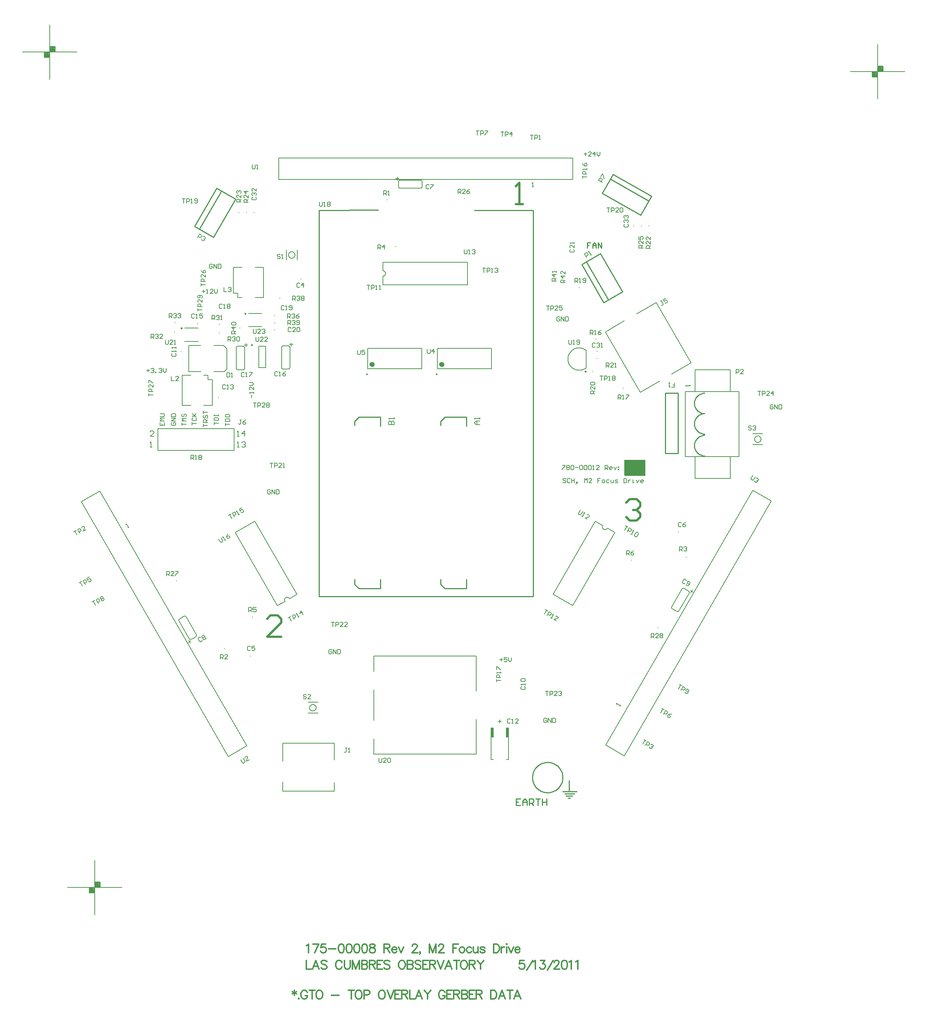
<source format=gto>
%FSLAX23Y23*%
%MOIN*%
G70*
G01*
G75*
G04 Layer_Color=65535*
%ADD10R,0.050X0.050*%
%ADD11R,0.070X0.135*%
%ADD12R,0.050X0.050*%
%ADD13R,0.063X0.075*%
%ADD14R,0.048X0.078*%
%ADD15R,0.087X0.059*%
%ADD16R,0.059X0.051*%
%ADD17R,0.078X0.048*%
G04:AMPARAMS|DCode=18|XSize=78mil|YSize=48mil|CornerRadius=0mil|HoleSize=0mil|Usage=FLASHONLY|Rotation=120.000|XOffset=0mil|YOffset=0mil|HoleType=Round|Shape=Rectangle|*
%AMROTATEDRECTD18*
4,1,4,0.040,-0.022,-0.001,-0.046,-0.040,0.022,0.001,0.046,0.040,-0.022,0.0*
%
%ADD18ROTATEDRECTD18*%

G04:AMPARAMS|DCode=19|XSize=78mil|YSize=48mil|CornerRadius=0mil|HoleSize=0mil|Usage=FLASHONLY|Rotation=240.000|XOffset=0mil|YOffset=0mil|HoleType=Round|Shape=Rectangle|*
%AMROTATEDRECTD19*
4,1,4,-0.001,0.046,0.040,0.022,0.001,-0.046,-0.040,-0.022,-0.001,0.046,0.0*
%
%ADD19ROTATEDRECTD19*%

%ADD20R,0.051X0.059*%
%ADD21R,0.040X0.067*%
%ADD22O,0.012X0.069*%
G04:AMPARAMS|DCode=23|XSize=135mil|YSize=70mil|CornerRadius=0mil|HoleSize=0mil|Usage=FLASHONLY|Rotation=30.000|XOffset=0mil|YOffset=0mil|HoleType=Round|Shape=Rectangle|*
%AMROTATEDRECTD23*
4,1,4,-0.041,-0.064,-0.076,-0.003,0.041,0.064,0.076,0.003,-0.041,-0.064,0.0*
%
%ADD23ROTATEDRECTD23*%

G04:AMPARAMS|DCode=24|XSize=135mil|YSize=70mil|CornerRadius=0mil|HoleSize=0mil|Usage=FLASHONLY|Rotation=150.000|XOffset=0mil|YOffset=0mil|HoleType=Round|Shape=Rectangle|*
%AMROTATEDRECTD24*
4,1,4,0.076,-0.003,0.041,-0.064,-0.076,0.003,-0.041,0.064,0.076,-0.003,0.0*
%
%ADD24ROTATEDRECTD24*%

%ADD25R,0.067X0.040*%
%ADD26R,0.065X0.094*%
%ADD27O,0.024X0.010*%
%ADD28O,0.027X0.010*%
%ADD29R,0.060X0.126*%
%ADD30R,0.200X0.040*%
%ADD31R,0.200X0.150*%
%ADD32O,0.098X0.028*%
%ADD33R,0.094X0.102*%
%ADD34R,0.057X0.012*%
%ADD35R,0.025X0.185*%
%ADD36R,0.025X0.100*%
%ADD37C,0.010*%
%ADD38C,0.005*%
%ADD39C,0.030*%
%ADD40C,0.050*%
%ADD41C,0.020*%
%ADD42C,0.012*%
%ADD43C,0.008*%
%ADD44C,0.012*%
%ADD45C,0.012*%
%ADD46C,0.335*%
%ADD47C,0.531*%
%ADD48C,0.413*%
%ADD49C,0.236*%
%ADD50C,0.059*%
%ADD51P,0.084X4X375.0*%
%ADD52P,0.084X4X255.0*%
%ADD53R,0.059X0.059*%
%ADD54P,0.084X4X105.0*%
%ADD55R,0.059X0.059*%
%ADD56P,0.084X4X345.0*%
%ADD57C,0.219*%
%ADD58C,0.070*%
%ADD59P,0.099X4X345.0*%
%ADD60P,0.099X4X105.0*%
%ADD61C,0.050*%
%ADD62C,0.059*%
%ADD63R,0.059X0.059*%
%ADD64P,0.084X4X255.0*%
%ADD65C,0.120*%
%ADD66R,0.098X0.098*%
%ADD67C,0.098*%
%ADD68R,0.070X0.070*%
%ADD69C,0.079*%
%ADD70P,0.084X4X375.0*%
%ADD71C,0.085*%
%ADD72C,0.055*%
%ADD73C,0.116*%
%ADD74P,0.078X4X165.0*%
%ADD75C,0.220*%
%ADD76C,0.039*%
%ADD77C,0.157*%
%ADD78R,0.079X0.039*%
%ADD79O,0.079X0.039*%
%ADD80C,0.024*%
%ADD81C,0.030*%
%ADD82C,0.020*%
%ADD83C,0.026*%
%ADD84C,0.040*%
%ADD85C,0.375*%
%ADD86C,0.571*%
%ADD87C,0.257*%
%ADD88C,0.158*%
%ADD89C,0.075*%
G04:AMPARAMS|DCode=90|XSize=95.433mil|YSize=95.433mil|CornerRadius=0mil|HoleSize=0mil|Usage=FLASHONLY|Rotation=0.000|XOffset=0mil|YOffset=0mil|HoleType=Round|Shape=Relief|Width=10mil|Gap=10mil|Entries=4|*
%AMTHD90*
7,0,0,0.095,0.075,0.010,45*
%
%ADD90THD90*%
%ADD91C,0.206*%
%ADD92C,0.080*%
G04:AMPARAMS|DCode=93|XSize=100mil|YSize=100mil|CornerRadius=0mil|HoleSize=0mil|Usage=FLASHONLY|Rotation=0.000|XOffset=0mil|YOffset=0mil|HoleType=Round|Shape=Relief|Width=10mil|Gap=10mil|Entries=4|*
%AMTHD93*
7,0,0,0.100,0.080,0.010,45*
%
%ADD93THD93*%
%ADD94C,0.075*%
%ADD95C,0.110*%
%ADD96C,0.099*%
%ADD97C,0.102*%
%ADD98C,0.075*%
%ADD99C,0.168*%
%ADD100C,0.080*%
%ADD101C,0.076*%
%ADD102C,0.131*%
%ADD103C,0.070*%
%ADD104C,0.052*%
G04:AMPARAMS|DCode=105|XSize=85mil|YSize=85mil|CornerRadius=0mil|HoleSize=0mil|Usage=FLASHONLY|Rotation=0.000|XOffset=0mil|YOffset=0mil|HoleType=Round|Shape=Relief|Width=10mil|Gap=10mil|Entries=4|*
%AMTHD105*
7,0,0,0.085,0.065,0.010,45*
%
%ADD105THD105*%
%ADD106C,0.065*%
G04:AMPARAMS|DCode=107|XSize=72mil|YSize=72mil|CornerRadius=0mil|HoleSize=0mil|Usage=FLASHONLY|Rotation=0.000|XOffset=0mil|YOffset=0mil|HoleType=Round|Shape=Relief|Width=10mil|Gap=10mil|Entries=4|*
%AMTHD107*
7,0,0,0.072,0.052,0.010,45*
%
%ADD107THD107*%
%ADD108C,0.053*%
G04:AMPARAMS|DCode=109|XSize=90mil|YSize=90mil|CornerRadius=0mil|HoleSize=0mil|Usage=FLASHONLY|Rotation=0.000|XOffset=0mil|YOffset=0mil|HoleType=Round|Shape=Relief|Width=10mil|Gap=10mil|Entries=4|*
%AMTHD109*
7,0,0,0.090,0.070,0.010,45*
%
%ADD109THD109*%
G04:AMPARAMS|DCode=110|XSize=95.433mil|YSize=95.433mil|CornerRadius=0mil|HoleSize=0mil|Usage=FLASHONLY|Rotation=0.000|XOffset=0mil|YOffset=0mil|HoleType=Round|Shape=Relief|Width=10mil|Gap=10mil|Entries=4|*
%AMTHD110*
7,0,0,0.095,0.075,0.010,45*
%
%ADD110THD110*%
G04:AMPARAMS|DCode=111|XSize=130mil|YSize=130mil|CornerRadius=0mil|HoleSize=0mil|Usage=FLASHONLY|Rotation=0.000|XOffset=0mil|YOffset=0mil|HoleType=Round|Shape=Relief|Width=10mil|Gap=10mil|Entries=4|*
%AMTHD111*
7,0,0,0.130,0.110,0.010,45*
%
%ADD111THD111*%
%ADD112C,0.087*%
G04:AMPARAMS|DCode=113|XSize=122mil|YSize=122mil|CornerRadius=0mil|HoleSize=0mil|Usage=FLASHONLY|Rotation=0.000|XOffset=0mil|YOffset=0mil|HoleType=Round|Shape=Relief|Width=10mil|Gap=10mil|Entries=4|*
%AMTHD113*
7,0,0,0.122,0.102,0.010,45*
%
%ADD113THD113*%
G04:AMPARAMS|DCode=114|XSize=95mil|YSize=95mil|CornerRadius=0mil|HoleSize=0mil|Usage=FLASHONLY|Rotation=0.000|XOffset=0mil|YOffset=0mil|HoleType=Round|Shape=Relief|Width=10mil|Gap=10mil|Entries=4|*
%AMTHD114*
7,0,0,0.095,0.075,0.010,45*
%
%ADD114THD114*%
G04:AMPARAMS|DCode=115|XSize=96.221mil|YSize=96.221mil|CornerRadius=0mil|HoleSize=0mil|Usage=FLASHONLY|Rotation=0.000|XOffset=0mil|YOffset=0mil|HoleType=Round|Shape=Relief|Width=10mil|Gap=10mil|Entries=4|*
%AMTHD115*
7,0,0,0.096,0.076,0.010,45*
%
%ADD115THD115*%
G04:AMPARAMS|DCode=116|XSize=150.551mil|YSize=150.551mil|CornerRadius=0mil|HoleSize=0mil|Usage=FLASHONLY|Rotation=0.000|XOffset=0mil|YOffset=0mil|HoleType=Round|Shape=Relief|Width=10mil|Gap=10mil|Entries=4|*
%AMTHD116*
7,0,0,0.151,0.131,0.010,45*
%
%ADD116THD116*%
G04:AMPARAMS|DCode=117|XSize=89.528mil|YSize=89.528mil|CornerRadius=0mil|HoleSize=0mil|Usage=FLASHONLY|Rotation=0.000|XOffset=0mil|YOffset=0mil|HoleType=Round|Shape=Relief|Width=10mil|Gap=10mil|Entries=4|*
%AMTHD117*
7,0,0,0.090,0.070,0.010,45*
%
%ADD117THD117*%
G04:AMPARAMS|DCode=118|XSize=72.992mil|YSize=72.992mil|CornerRadius=0mil|HoleSize=0mil|Usage=FLASHONLY|Rotation=0.000|XOffset=0mil|YOffset=0mil|HoleType=Round|Shape=Relief|Width=10mil|Gap=10mil|Entries=4|*
%AMTHD118*
7,0,0,0.073,0.053,0.010,45*
%
%ADD118THD118*%
G04:AMPARAMS|DCode=119|XSize=79mil|YSize=236mil|CornerRadius=0mil|HoleSize=0mil|Usage=FLASHONLY|Rotation=120.000|XOffset=0mil|YOffset=0mil|HoleType=Round|Shape=Rectangle|*
%AMROTATEDRECTD119*
4,1,4,0.122,0.025,-0.083,-0.093,-0.122,-0.025,0.083,0.093,0.122,0.025,0.0*
%
%ADD119ROTATEDRECTD119*%

G04:AMPARAMS|DCode=120|XSize=79mil|YSize=236mil|CornerRadius=0mil|HoleSize=0mil|Usage=FLASHONLY|Rotation=240.000|XOffset=0mil|YOffset=0mil|HoleType=Round|Shape=Rectangle|*
%AMROTATEDRECTD120*
4,1,4,-0.083,0.093,0.122,-0.025,0.083,-0.093,-0.122,0.025,-0.083,0.093,0.0*
%
%ADD120ROTATEDRECTD120*%

%ADD121P,0.071X4X285.0*%
%ADD122P,0.071X4X165.0*%
G04:AMPARAMS|DCode=123|XSize=28mil|YSize=98mil|CornerRadius=0mil|HoleSize=0mil|Usage=FLASHONLY|Rotation=330.000|XOffset=0mil|YOffset=0mil|HoleType=Round|Shape=Round|*
%AMOVALD123*
21,1,0.071,0.028,0.000,0.000,60.0*
1,1,0.028,-0.018,-0.031*
1,1,0.028,0.018,0.031*
%
%ADD123OVALD123*%

G04:AMPARAMS|DCode=124|XSize=28mil|YSize=98mil|CornerRadius=0mil|HoleSize=0mil|Usage=FLASHONLY|Rotation=210.000|XOffset=0mil|YOffset=0mil|HoleType=Round|Shape=Round|*
%AMOVALD124*
21,1,0.071,0.028,0.000,0.000,300.0*
1,1,0.028,-0.018,0.031*
1,1,0.028,0.018,-0.031*
%
%ADD124OVALD124*%

%ADD125R,0.025X0.070*%
%ADD126R,0.236X0.079*%
%ADD127C,0.075*%
%ADD128C,0.010*%
%ADD129C,0.007*%
%ADD130C,0.024*%
%ADD131C,0.010*%
%ADD132C,0.008*%
%ADD133C,0.020*%
%ADD134C,0.006*%
%ADD135R,0.195X0.150*%
%ADD136R,0.020X0.082*%
D37*
X32748Y28587D02*
X32747Y28597D01*
X32746Y28607D01*
X32744Y28617D01*
X32742Y28626D01*
X32739Y28636D01*
X32735Y28645D01*
X32730Y28654D01*
X32725Y28663D01*
X32719Y28671D01*
X32713Y28679D01*
X32706Y28686D01*
X32699Y28693D01*
X32691Y28699D01*
X32683Y28704D01*
X32674Y28709D01*
X32665Y28714D01*
X32656Y28717D01*
X32646Y28721D01*
X32636Y28723D01*
X32626Y28724D01*
X32616Y28725D01*
X32606Y28726D01*
X32596Y28725D01*
X32586Y28724D01*
X32577Y28722D01*
X32567Y28719D01*
X32557Y28716D01*
X32548Y28712D01*
X32539Y28707D01*
X32531Y28702D01*
X32523Y28696D01*
X32515Y28689D01*
X32508Y28682D01*
X32501Y28675D01*
X32495Y28667D01*
X32490Y28658D01*
X32485Y28650D01*
X32481Y28640D01*
X32477Y28631D01*
X32474Y28622D01*
X32472Y28612D01*
X32471Y28602D01*
X32470Y28592D01*
Y28582D01*
X32471Y28572D01*
X32472Y28562D01*
X32474Y28552D01*
X32477Y28542D01*
X32481Y28533D01*
X32485Y28524D01*
X32490Y28515D01*
X32495Y28507D01*
X32501Y28499D01*
X32508Y28491D01*
X32515Y28484D01*
X32523Y28478D01*
X32531Y28472D01*
X32539Y28467D01*
X32548Y28462D01*
X32557Y28458D01*
X32567Y28455D01*
X32577Y28452D01*
X32586Y28450D01*
X32596Y28449D01*
X32606Y28448D01*
X32616Y28448D01*
X32626Y28449D01*
X32636Y28451D01*
X32646Y28453D01*
X32656Y28456D01*
X32665Y28460D01*
X32674Y28464D01*
X32683Y28469D01*
X32691Y28475D01*
X32699Y28481D01*
X32706Y28488D01*
X32713Y28495D01*
X32719Y28503D01*
X32725Y28511D01*
X32730Y28520D01*
X32735Y28529D01*
X32739Y28538D01*
X32742Y28547D01*
X32744Y28557D01*
X32746Y28567D01*
X32747Y28577D01*
X32748Y28587D01*
X34051Y31926D02*
X34041Y31926D01*
X34031Y31924D01*
X34021Y31921D01*
X34012Y31918D01*
X34003Y31913D01*
X33994Y31907D01*
X33986Y31901D01*
X33979Y31893D01*
X33973Y31885D01*
X33968Y31876D01*
X33964Y31867D01*
X33960Y31858D01*
X33958Y31848D01*
X33957Y31837D01*
Y31827D01*
X33958Y31817D01*
X33960Y31807D01*
X33964Y31798D01*
X33968Y31788D01*
X33973Y31780D01*
X33979Y31772D01*
X33986Y31764D01*
X33994Y31758D01*
X34003Y31752D01*
X34012Y31747D01*
X34021Y31743D01*
X34031Y31741D01*
X34041Y31739D01*
X34051Y31739D01*
X34051Y32114D02*
X34041Y32113D01*
X34031Y32112D01*
X34021Y32109D01*
X34012Y32105D01*
X34003Y32101D01*
X33994Y32095D01*
X33986Y32088D01*
X33979Y32081D01*
X33973Y32073D01*
X33968Y32064D01*
X33964Y32055D01*
X33960Y32045D01*
X33958Y32035D01*
X33957Y32025D01*
Y32015D01*
X33958Y32005D01*
X33960Y31995D01*
X33964Y31985D01*
X33968Y31976D01*
X33973Y31967D01*
X33979Y31959D01*
X33986Y31952D01*
X33994Y31945D01*
X34003Y31940D01*
X34012Y31935D01*
X34021Y31931D01*
X34031Y31928D01*
X34041Y31927D01*
X34051Y31926D01*
X34051Y31726D02*
X34041Y31726D01*
X34031Y31724D01*
X34021Y31721D01*
X34012Y31718D01*
X34003Y31713D01*
X33994Y31707D01*
X33986Y31701D01*
X33979Y31693D01*
X33973Y31685D01*
X33968Y31676D01*
X33964Y31667D01*
X33960Y31658D01*
X33958Y31648D01*
X33957Y31637D01*
Y31627D01*
X33958Y31617D01*
X33960Y31607D01*
X33964Y31598D01*
X33968Y31588D01*
X33973Y31580D01*
X33979Y31572D01*
X33986Y31564D01*
X33994Y31558D01*
X34003Y31552D01*
X34012Y31547D01*
X34021Y31543D01*
X34031Y31541D01*
X34041Y31539D01*
X34051Y31539D01*
X31937Y33792D02*
X32478Y33792D01*
X30510D02*
X31055Y33793D01*
X32806Y28459D02*
Y28559D01*
X32746Y28459D02*
X32876D01*
X32766Y28439D02*
X32856D01*
X32796Y28399D02*
X32816D01*
X32776Y28419D02*
X32836D01*
X32965Y33320D02*
X33168Y32970D01*
X32922Y33295D02*
X33095Y33395D01*
X33124Y32945D02*
X33297Y33045D01*
X33095Y33395D02*
X33297Y33045D01*
X32922Y33295D02*
X33124Y32945D01*
X29411Y33618D02*
X29613Y33968D01*
X29570Y33993D02*
X29743Y33893D01*
X29367Y33643D02*
X29540Y33543D01*
X29743Y33893D01*
X29367Y33643D02*
X29570Y33993D01*
X33211Y34122D02*
X33562Y33920D01*
X33111Y33949D02*
X33462Y33747D01*
X33111Y33949D02*
X33211Y34122D01*
X33462Y33747D02*
X33562Y33920D01*
X33186Y34079D02*
X33537Y33877D01*
X33808Y31562D02*
Y31838D01*
X33690Y31562D02*
X33808D01*
X33690D02*
Y32114D01*
X33808Y32114D01*
X33808Y31838D02*
X33808Y32114D01*
X33005Y33495D02*
X32972D01*
Y33470D01*
X32989D01*
X32972D01*
Y33445D01*
X33022D02*
Y33478D01*
X33039Y33495D01*
X33055Y33478D01*
Y33445D01*
Y33470D01*
X33022D01*
X33072Y33445D02*
Y33495D01*
X33105Y33445D01*
Y33495D01*
X32359Y28390D02*
X32319D01*
Y28330D01*
X32359D01*
X32319Y28360D02*
X32339D01*
X32379Y28330D02*
Y28370D01*
X32399Y28390D01*
X32419Y28370D01*
Y28330D01*
Y28360D01*
X32379D01*
X32439Y28330D02*
Y28390D01*
X32469D01*
X32479Y28380D01*
Y28360D01*
X32469Y28350D01*
X32439D01*
X32459D02*
X32479Y28330D01*
X32499Y28390D02*
X32539D01*
X32519D01*
Y28330D01*
X32559Y28390D02*
Y28330D01*
Y28360D01*
X32599D01*
Y28390D01*
Y28330D01*
D42*
X30284Y26634D02*
Y26588D01*
X30265Y26622D02*
X30303Y26600D01*
Y26622D02*
X30265Y26600D01*
X30323Y26561D02*
X30319Y26558D01*
X30323Y26554D01*
X30327Y26558D01*
X30323Y26561D01*
X30402Y26615D02*
X30398Y26622D01*
X30390Y26630D01*
X30383Y26634D01*
X30367D01*
X30360Y26630D01*
X30352Y26622D01*
X30348Y26615D01*
X30344Y26603D01*
Y26584D01*
X30348Y26573D01*
X30352Y26565D01*
X30360Y26558D01*
X30367Y26554D01*
X30383D01*
X30390Y26558D01*
X30398Y26565D01*
X30402Y26573D01*
Y26584D01*
X30383D02*
X30402D01*
X30447Y26634D02*
Y26554D01*
X30420Y26634D02*
X30473D01*
X30506D02*
X30498Y26630D01*
X30490Y26622D01*
X30487Y26615D01*
X30483Y26603D01*
Y26584D01*
X30487Y26573D01*
X30490Y26565D01*
X30498Y26558D01*
X30506Y26554D01*
X30521D01*
X30528Y26558D01*
X30536Y26565D01*
X30540Y26573D01*
X30544Y26584D01*
Y26603D01*
X30540Y26615D01*
X30536Y26622D01*
X30528Y26630D01*
X30521Y26634D01*
X30506D01*
X30625Y26588D02*
X30694D01*
X30807Y26634D02*
Y26554D01*
X30780Y26634D02*
X30834D01*
X30866D02*
X30858Y26630D01*
X30851Y26622D01*
X30847Y26615D01*
X30843Y26603D01*
Y26584D01*
X30847Y26573D01*
X30851Y26565D01*
X30858Y26558D01*
X30866Y26554D01*
X30881D01*
X30889Y26558D01*
X30896Y26565D01*
X30900Y26573D01*
X30904Y26584D01*
Y26603D01*
X30900Y26615D01*
X30896Y26622D01*
X30889Y26630D01*
X30881Y26634D01*
X30866D01*
X30923Y26592D02*
X30957D01*
X30968Y26596D01*
X30972Y26600D01*
X30976Y26607D01*
Y26619D01*
X30972Y26626D01*
X30968Y26630D01*
X30957Y26634D01*
X30923D01*
Y26554D01*
X31080Y26634D02*
X31072Y26630D01*
X31064Y26622D01*
X31061Y26615D01*
X31057Y26603D01*
Y26584D01*
X31061Y26573D01*
X31064Y26565D01*
X31072Y26558D01*
X31080Y26554D01*
X31095D01*
X31102Y26558D01*
X31110Y26565D01*
X31114Y26573D01*
X31118Y26584D01*
Y26603D01*
X31114Y26615D01*
X31110Y26622D01*
X31102Y26630D01*
X31095Y26634D01*
X31080D01*
X31136D02*
X31167Y26554D01*
X31197Y26634D02*
X31167Y26554D01*
X31257Y26634D02*
X31208D01*
Y26554D01*
X31257D01*
X31208Y26596D02*
X31238D01*
X31270Y26634D02*
Y26554D01*
Y26634D02*
X31305D01*
X31316Y26630D01*
X31320Y26626D01*
X31324Y26619D01*
Y26611D01*
X31320Y26603D01*
X31316Y26600D01*
X31305Y26596D01*
X31270D01*
X31297D02*
X31324Y26554D01*
X31342Y26634D02*
Y26554D01*
X31387D01*
X31457D02*
X31427Y26634D01*
X31396Y26554D01*
X31407Y26580D02*
X31446D01*
X31476Y26634D02*
X31506Y26596D01*
Y26554D01*
X31537Y26634D02*
X31506Y26596D01*
X31667Y26615D02*
X31663Y26622D01*
X31655Y26630D01*
X31648Y26634D01*
X31633D01*
X31625Y26630D01*
X31617Y26622D01*
X31614Y26615D01*
X31610Y26603D01*
Y26584D01*
X31614Y26573D01*
X31617Y26565D01*
X31625Y26558D01*
X31633Y26554D01*
X31648D01*
X31655Y26558D01*
X31663Y26565D01*
X31667Y26573D01*
Y26584D01*
X31648D02*
X31667D01*
X31735Y26634D02*
X31685D01*
Y26554D01*
X31735D01*
X31685Y26596D02*
X31716D01*
X31748Y26634D02*
Y26554D01*
Y26634D02*
X31782D01*
X31794Y26630D01*
X31797Y26626D01*
X31801Y26619D01*
Y26611D01*
X31797Y26603D01*
X31794Y26600D01*
X31782Y26596D01*
X31748D01*
X31775D02*
X31801Y26554D01*
X31819Y26634D02*
Y26554D01*
Y26634D02*
X31853D01*
X31865Y26630D01*
X31869Y26626D01*
X31873Y26619D01*
Y26611D01*
X31869Y26603D01*
X31865Y26600D01*
X31853Y26596D01*
X31819D02*
X31853D01*
X31865Y26592D01*
X31869Y26588D01*
X31873Y26580D01*
Y26569D01*
X31869Y26561D01*
X31865Y26558D01*
X31853Y26554D01*
X31819D01*
X31940Y26634D02*
X31890D01*
Y26554D01*
X31940D01*
X31890Y26596D02*
X31921D01*
X31953Y26634D02*
Y26554D01*
Y26634D02*
X31988D01*
X31999Y26630D01*
X32003Y26626D01*
X32007Y26619D01*
Y26611D01*
X32003Y26603D01*
X31999Y26600D01*
X31988Y26596D01*
X31953D01*
X31980D02*
X32007Y26554D01*
X32087Y26634D02*
Y26554D01*
Y26634D02*
X32114D01*
X32125Y26630D01*
X32133Y26622D01*
X32137Y26615D01*
X32141Y26603D01*
Y26584D01*
X32137Y26573D01*
X32133Y26565D01*
X32125Y26558D01*
X32114Y26554D01*
X32087D01*
X32219D02*
X32189Y26634D01*
X32159Y26554D01*
X32170Y26580D02*
X32208D01*
X32265Y26634D02*
Y26554D01*
X32238Y26634D02*
X32291D01*
X32362Y26554D02*
X32331Y26634D01*
X32301Y26554D01*
X32312Y26580D02*
X32351D01*
D43*
X30228Y32333D02*
X30238Y32337D01*
X30242Y32347D01*
X30166D02*
X30170Y32337D01*
X30180Y32333D01*
Y32549D02*
X30170Y32545D01*
X30166Y32535D01*
X30242D02*
X30238Y32545D01*
X30228Y32549D01*
X31255Y34069D02*
X31245Y34065D01*
X31241Y34055D01*
Y34007D02*
X31245Y33997D01*
X31255Y33993D01*
X31443D02*
X31453Y33997D01*
X31457Y34007D01*
Y34055D02*
X31453Y34065D01*
X31443Y34069D01*
X29318Y29860D02*
X29326Y29854D01*
X29337Y29855D01*
X29379Y29879D02*
X29385Y29888D01*
X29384Y29898D01*
X29290Y30061D02*
X29281Y30068D01*
X29271Y30066D01*
X29229Y30042D02*
X29223Y30034D01*
X29224Y30023D01*
X33909Y30278D02*
X33910Y30289D01*
X33904Y30297D01*
X33862Y30321D02*
X33851Y30323D01*
X33843Y30316D01*
X33749Y30153D02*
X33748Y30143D01*
X33754Y30134D01*
X33796Y30110D02*
X33806Y30109D01*
X33815Y30115D01*
X29813Y32328D02*
X29823Y32332D01*
X29827Y32342D01*
X29751D02*
X29755Y32332D01*
X29765Y32328D01*
Y32544D02*
X29755Y32540D01*
X29751Y32530D01*
X29827D02*
X29823Y32540D01*
X29813Y32544D01*
X30166Y32347D02*
Y32535D01*
X30242Y32347D02*
Y32535D01*
X30180Y32549D02*
X30228D01*
X30180Y32333D02*
X30228D01*
X31457Y34007D02*
Y34055D01*
X31241Y34007D02*
Y34055D01*
X31255Y34069D02*
X31443D01*
X31255Y33993D02*
X31443D01*
X29229Y30042D02*
X29271Y30066D01*
X29337Y29855D02*
X29379Y29879D01*
X29224Y30023D02*
X29318Y29860D01*
X29290Y30061D02*
X29384Y29898D01*
X33754Y30134D02*
X33796Y30110D01*
X33862Y30321D02*
X33904Y30297D01*
X33815Y30115D02*
X33909Y30278D01*
X33749Y30153D02*
X33843Y30316D01*
X29751Y32342D02*
Y32530D01*
X29827Y32342D02*
Y32530D01*
X29765Y32544D02*
X29813D01*
X29765Y32328D02*
X29813D01*
X32089Y28751D02*
Y29041D01*
X32249Y28751D02*
Y29041D01*
X32109Y28959D02*
Y29041D01*
X32229Y28959D02*
Y29041D01*
X32089Y28751D02*
X32109D01*
X32089Y29041D02*
X32109D01*
X32229D02*
X32249D01*
X32229Y28751D02*
X32249D01*
X32089Y28959D02*
X32109D01*
X32229D02*
X32249D01*
X33154Y33813D02*
X33181D01*
X33167D01*
Y33773D01*
X33194D02*
Y33813D01*
X33214D01*
X33221Y33806D01*
Y33793D01*
X33214Y33786D01*
X33194D01*
X33261Y33773D02*
X33234D01*
X33261Y33799D01*
Y33806D01*
X33254Y33813D01*
X33241D01*
X33234Y33806D01*
X33274D02*
X33281Y33813D01*
X33294D01*
X33301Y33806D01*
Y33779D01*
X33294Y33773D01*
X33281D01*
X33274Y33779D01*
Y33806D01*
X29254Y33897D02*
X29281D01*
X29268D01*
Y33857D01*
X29294D02*
Y33897D01*
X29314D01*
X29321Y33891D01*
Y33877D01*
X29314Y33871D01*
X29294D01*
X29334Y33857D02*
X29348D01*
X29341D01*
Y33897D01*
X29334Y33891D01*
X29368Y33864D02*
X29374Y33857D01*
X29388D01*
X29394Y33864D01*
Y33891D01*
X29388Y33897D01*
X29374D01*
X29368Y33891D01*
Y33884D01*
X29374Y33877D01*
X29394D01*
X33089Y32270D02*
X33116D01*
X33102D01*
Y32230D01*
X33129D02*
Y32270D01*
X33149D01*
X33156Y32263D01*
Y32250D01*
X33149Y32243D01*
X33129D01*
X33169Y32230D02*
X33182D01*
X33176D01*
Y32270D01*
X33169Y32263D01*
X33202D02*
X33209Y32270D01*
X33222D01*
X33229Y32263D01*
Y32256D01*
X33222Y32250D01*
X33229Y32243D01*
Y32236D01*
X33222Y32230D01*
X33209D01*
X33202Y32236D01*
Y32243D01*
X33209Y32250D01*
X33202Y32256D01*
Y32263D01*
X33209Y32250D02*
X33222D01*
X32139Y29463D02*
Y29489D01*
Y29476D01*
X32179D01*
Y29503D02*
X32139D01*
Y29523D01*
X32146Y29529D01*
X32159D01*
X32166Y29523D01*
Y29503D01*
X32179Y29543D02*
Y29556D01*
Y29549D01*
X32139D01*
X32146Y29543D01*
X32139Y29576D02*
Y29603D01*
X32146D01*
X32172Y29576D01*
X32179D01*
X32931Y34083D02*
Y34109D01*
Y34096D01*
X32971D01*
Y34123D02*
X32931D01*
Y34143D01*
X32938Y34149D01*
X32951D01*
X32958Y34143D01*
Y34123D01*
X32971Y34163D02*
Y34176D01*
Y34169D01*
X32931D01*
X32938Y34163D01*
X32931Y34223D02*
X32938Y34209D01*
X32951Y34196D01*
X32964D01*
X32971Y34203D01*
Y34216D01*
X32964Y34223D01*
X32958D01*
X32951Y34216D01*
Y34196D01*
X29678Y30990D02*
X29701Y31004D01*
X29689Y30997D01*
X29709Y30962D01*
X29733Y30976D02*
X29713Y31010D01*
X29730Y31020D01*
X29739Y31018D01*
X29746Y31006D01*
X29743Y30997D01*
X29726Y30987D01*
X29767Y30996D02*
X29779Y31002D01*
X29773Y30999D01*
X29753Y31034D01*
X29750Y31025D01*
X29799Y31060D02*
X29776Y31047D01*
X29786Y31030D01*
X29794Y31042D01*
X29800Y31046D01*
X29809Y31043D01*
X29816Y31032D01*
X29813Y31022D01*
X29802Y31016D01*
X29793Y31018D01*
X30227Y30050D02*
X30250Y30064D01*
X30238Y30057D01*
X30258Y30022D01*
X30282Y30036D02*
X30262Y30070D01*
X30279Y30080D01*
X30288Y30078D01*
X30295Y30066D01*
X30292Y30057D01*
X30275Y30047D01*
X30316Y30056D02*
X30328Y30062D01*
X30322Y30059D01*
X30302Y30094D01*
X30299Y30085D01*
X30362Y30082D02*
X30342Y30117D01*
X30335Y30090D01*
X30358Y30103D01*
X32012Y33260D02*
X32039D01*
X32025D01*
Y33220D01*
X32052D02*
Y33260D01*
X32072D01*
X32079Y33253D01*
Y33240D01*
X32072Y33233D01*
X32052D01*
X32092Y33220D02*
X32105D01*
X32099D01*
Y33260D01*
X32092Y33253D01*
X32125D02*
X32132Y33260D01*
X32145D01*
X32152Y33253D01*
Y33246D01*
X32145Y33240D01*
X32139D01*
X32145D01*
X32152Y33233D01*
Y33226D01*
X32145Y33220D01*
X32132D01*
X32125Y33226D01*
X32588Y30127D02*
X32611Y30114D01*
X32599Y30121D01*
X32579Y30086D01*
X32603Y30073D02*
X32623Y30107D01*
X32640Y30097D01*
X32642Y30088D01*
X32636Y30077D01*
X32626Y30074D01*
X32609Y30084D01*
X32637Y30053D02*
X32649Y30046D01*
X32643Y30049D01*
X32663Y30084D01*
X32654Y30082D01*
X32689Y30023D02*
X32666Y30036D01*
X32702Y30046D01*
X32706Y30052D01*
X32703Y30061D01*
X32692Y30067D01*
X32683Y30065D01*
X30949Y33103D02*
X30976D01*
X30962D01*
Y33063D01*
X30989D02*
Y33103D01*
X31009D01*
X31016Y33096D01*
Y33083D01*
X31009Y33076D01*
X30989D01*
X31029Y33063D02*
X31042D01*
X31036D01*
Y33103D01*
X31029Y33096D01*
X31062Y33063D02*
X31076D01*
X31069D01*
Y33103D01*
X31062Y33096D01*
X33325Y30896D02*
X33348Y30883D01*
X33336Y30890D01*
X33316Y30855D01*
X33340Y30842D02*
X33360Y30876D01*
X33377Y30866D01*
X33379Y30857D01*
X33373Y30846D01*
X33363Y30843D01*
X33346Y30853D01*
X33374Y30822D02*
X33386Y30815D01*
X33380Y30818D01*
X33400Y30853D01*
X33391Y30851D01*
X33420Y30834D02*
X33429Y30836D01*
X33440Y30830D01*
X33443Y30821D01*
X33429Y30798D01*
X33420Y30795D01*
X33409Y30802D01*
X33406Y30811D01*
X33420Y30834D01*
X33819Y29440D02*
X33842Y29427D01*
X33830Y29434D01*
X33810Y29399D01*
X33834Y29386D02*
X33854Y29420D01*
X33871Y29410D01*
X33873Y29401D01*
X33867Y29390D01*
X33857Y29387D01*
X33840Y29397D01*
X33871Y29372D02*
X33874Y29362D01*
X33885Y29356D01*
X33895Y29358D01*
X33908Y29381D01*
X33905Y29390D01*
X33894Y29397D01*
X33885Y29395D01*
X33881Y29389D01*
X33884Y29380D01*
X33901Y29370D01*
X28427Y30197D02*
X28450Y30211D01*
X28438Y30204D01*
X28458Y30169D01*
X28482Y30183D02*
X28462Y30217D01*
X28479Y30227D01*
X28488Y30225D01*
X28495Y30213D01*
X28492Y30204D01*
X28475Y30194D01*
X28499Y30232D02*
X28502Y30241D01*
X28513Y30247D01*
X28523Y30245D01*
X28526Y30239D01*
X28523Y30230D01*
X28533Y30228D01*
X28536Y30222D01*
X28533Y30213D01*
X28522Y30206D01*
X28513Y30209D01*
X28509Y30214D01*
X28512Y30223D01*
X28503Y30226D01*
X28499Y30232D01*
X28512Y30223D02*
X28523Y30230D01*
X31952Y34522D02*
X31979D01*
X31965D01*
Y34482D01*
X31992D02*
Y34522D01*
X32012D01*
X32019Y34515D01*
Y34502D01*
X32012Y34495D01*
X31992D01*
X32032Y34522D02*
X32059D01*
Y34515D01*
X32032Y34488D01*
Y34482D01*
X33657Y29220D02*
X33680Y29207D01*
X33668Y29214D01*
X33648Y29179D01*
X33672Y29166D02*
X33692Y29200D01*
X33709Y29190D01*
X33711Y29181D01*
X33705Y29170D01*
X33695Y29167D01*
X33678Y29177D01*
X33749Y29167D02*
X33734Y29168D01*
X33716Y29163D01*
X33709Y29152D01*
X33712Y29142D01*
X33723Y29136D01*
X33733Y29138D01*
X33736Y29144D01*
X33733Y29153D01*
X33716Y29163D01*
X28307Y30372D02*
X28330Y30386D01*
X28318Y30379D01*
X28338Y30344D01*
X28362Y30358D02*
X28342Y30392D01*
X28359Y30402D01*
X28368Y30400D01*
X28375Y30388D01*
X28372Y30379D01*
X28355Y30369D01*
X28399Y30426D02*
X28376Y30412D01*
X28386Y30395D01*
X28394Y30408D01*
X28400Y30411D01*
X28409Y30408D01*
X28416Y30397D01*
X28413Y30388D01*
X28402Y30381D01*
X28393Y30384D01*
X32179Y34511D02*
X32206D01*
X32192D01*
Y34471D01*
X32219D02*
Y34511D01*
X32239D01*
X32246Y34504D01*
Y34491D01*
X32239Y34484D01*
X32219D01*
X32279Y34471D02*
Y34511D01*
X32259Y34491D01*
X32286D01*
X33492Y28934D02*
X33515Y28921D01*
X33503Y28928D01*
X33483Y28893D01*
X33507Y28880D02*
X33527Y28914D01*
X33544Y28904D01*
X33546Y28895D01*
X33540Y28884D01*
X33530Y28881D01*
X33513Y28891D01*
X33558Y28889D02*
X33567Y28891D01*
X33578Y28884D01*
X33581Y28875D01*
X33578Y28870D01*
X33568Y28867D01*
X33563Y28870D01*
X33568Y28867D01*
X33571Y28858D01*
X33568Y28852D01*
X33558Y28850D01*
X33547Y28856D01*
X33544Y28866D01*
X28257Y30841D02*
X28280Y30855D01*
X28268Y30848D01*
X28288Y30813D01*
X28312Y30827D02*
X28292Y30861D01*
X28309Y30871D01*
X28318Y30869D01*
X28325Y30857D01*
X28322Y30848D01*
X28305Y30838D01*
X28369Y30860D02*
X28346Y30847D01*
X28356Y30883D01*
X28353Y30889D01*
X28343Y30891D01*
X28332Y30885D01*
X28329Y30876D01*
X32450Y34482D02*
X32477D01*
X32463D01*
Y34442D01*
X32490D02*
Y34482D01*
X32510D01*
X32517Y34475D01*
Y34462D01*
X32510Y34455D01*
X32490D01*
X32530Y34442D02*
X32543D01*
X32537D01*
Y34482D01*
X32530Y34475D01*
X33560Y29866D02*
Y29906D01*
X33580D01*
X33587Y29899D01*
Y29886D01*
X33580Y29879D01*
X33560D01*
X33573D02*
X33587Y29866D01*
X33627D02*
X33600D01*
X33627Y29892D01*
Y29899D01*
X33620Y29906D01*
X33607D01*
X33600Y29899D01*
X33640D02*
X33647Y29906D01*
X33660D01*
X33667Y29899D01*
Y29892D01*
X33660Y29886D01*
X33667Y29879D01*
Y29872D01*
X33660Y29866D01*
X33647D01*
X33640Y29872D01*
Y29879D01*
X33647Y29886D01*
X33640Y29892D01*
Y29899D01*
X33647Y29886D02*
X33660D01*
X29110Y30438D02*
Y30478D01*
X29130D01*
X29137Y30471D01*
Y30458D01*
X29130Y30451D01*
X29110D01*
X29123D02*
X29137Y30438D01*
X29177D02*
X29150D01*
X29177Y30464D01*
Y30471D01*
X29170Y30478D01*
X29157D01*
X29150Y30471D01*
X29190Y30478D02*
X29217D01*
Y30471D01*
X29190Y30444D01*
Y30438D01*
X31788Y33945D02*
Y33985D01*
X31808D01*
X31815Y33978D01*
Y33965D01*
X31808Y33958D01*
X31788D01*
X31801D02*
X31815Y33945D01*
X31855D02*
X31828D01*
X31855Y33971D01*
Y33978D01*
X31848Y33985D01*
X31835D01*
X31828Y33978D01*
X31895Y33985D02*
X31881Y33978D01*
X31868Y33965D01*
Y33951D01*
X31875Y33945D01*
X31888D01*
X31895Y33951D01*
Y33958D01*
X31888Y33965D01*
X31868D01*
X32802Y32602D02*
Y32569D01*
X32809Y32562D01*
X32822D01*
X32829Y32569D01*
Y32602D01*
X32842Y32562D02*
X32856D01*
X32849D01*
Y32602D01*
X32842Y32596D01*
X32876Y32569D02*
X32882Y32562D01*
X32896D01*
X32902Y32569D01*
Y32596D01*
X32896Y32602D01*
X32882D01*
X32876Y32596D01*
Y32589D01*
X32882Y32582D01*
X32902D01*
X30515Y33868D02*
Y33834D01*
X30522Y33828D01*
X30535D01*
X30541Y33834D01*
Y33868D01*
X30555Y33828D02*
X30568D01*
X30561D01*
Y33868D01*
X30555Y33861D01*
X30588D02*
X30595Y33868D01*
X30608D01*
X30615Y33861D01*
Y33854D01*
X30608Y33848D01*
X30615Y33841D01*
Y33834D01*
X30608Y33828D01*
X30595D01*
X30588Y33834D01*
Y33841D01*
X30595Y33848D01*
X30588Y33854D01*
Y33861D01*
X30595Y33848D02*
X30608D01*
X29588Y30774D02*
X29605Y30746D01*
X29614Y30743D01*
X29625Y30750D01*
X29628Y30759D01*
X29611Y30788D01*
X29643Y30760D02*
X29654Y30766D01*
X29648Y30763D01*
X29628Y30798D01*
X29626Y30789D01*
X29674Y30824D02*
X29666Y30812D01*
X29661Y30794D01*
X29668Y30782D01*
X29677Y30780D01*
X29689Y30786D01*
X29691Y30796D01*
X29688Y30801D01*
X29679Y30804D01*
X29661Y30794D01*
X31844Y33432D02*
Y33398D01*
X31851Y33392D01*
X31864D01*
X31871Y33398D01*
Y33432D01*
X31884Y33392D02*
X31897D01*
X31891D01*
Y33432D01*
X31884Y33425D01*
X31917D02*
X31924Y33432D01*
X31937D01*
X31944Y33425D01*
Y33418D01*
X31937Y33412D01*
X31931D01*
X31937D01*
X31944Y33405D01*
Y33398D01*
X31937Y33392D01*
X31924D01*
X31917Y33398D01*
X32909Y31040D02*
X32892Y31012D01*
X32895Y31002D01*
X32906Y30996D01*
X32915Y30998D01*
X32932Y31027D01*
X32924Y30986D02*
X32935Y30979D01*
X32929Y30982D01*
X32949Y31017D01*
X32940Y31015D01*
X32975Y30956D02*
X32952Y30969D01*
X32989Y30979D01*
X32992Y30985D01*
X32990Y30994D01*
X32978Y31000D01*
X32969Y30998D01*
X30863Y32509D02*
Y32475D01*
X30870Y32469D01*
X30883D01*
X30890Y32475D01*
Y32509D01*
X30930D02*
X30903D01*
Y32489D01*
X30916Y32495D01*
X30923D01*
X30930Y32489D01*
Y32475D01*
X30923Y32469D01*
X30910D01*
X30903Y32475D01*
X31505Y32519D02*
Y32485D01*
X31512Y32479D01*
X31525D01*
X31532Y32485D01*
Y32519D01*
X31565Y32479D02*
Y32519D01*
X31545Y32499D01*
X31572D01*
X34493Y31358D02*
X34476Y31330D01*
X34479Y31320D01*
X34490Y31314D01*
X34499Y31316D01*
X34516Y31345D01*
X34524Y31333D02*
X34533Y31335D01*
X34545Y31328D01*
X34547Y31319D01*
X34544Y31314D01*
X34535Y31311D01*
X34529Y31314D01*
X34535Y31311D01*
X34537Y31302D01*
X34534Y31296D01*
X34525Y31294D01*
X34513Y31300D01*
X34511Y31310D01*
X29791Y28750D02*
X29808Y28722D01*
X29817Y28719D01*
X29828Y28726D01*
X29831Y28735D01*
X29814Y28764D01*
X29869Y28749D02*
X29845Y28736D01*
X29855Y28772D01*
X29852Y28778D01*
X29843Y28780D01*
X29831Y28774D01*
X29829Y28765D01*
X29898Y34212D02*
Y34178D01*
X29905Y34172D01*
X29918D01*
X29925Y34178D01*
Y34212D01*
X29938Y34172D02*
X29951D01*
X29945D01*
Y34212D01*
X29938Y34205D01*
X34480Y31808D02*
X34473Y31814D01*
X34460D01*
X34453Y31808D01*
Y31801D01*
X34460Y31794D01*
X34473D01*
X34480Y31788D01*
Y31781D01*
X34473Y31774D01*
X34460D01*
X34453Y31781D01*
X34493Y31808D02*
X34500Y31814D01*
X34513D01*
X34520Y31808D01*
Y31801D01*
X34513Y31794D01*
X34507D01*
X34513D01*
X34520Y31788D01*
Y31781D01*
X34513Y31774D01*
X34500D01*
X34493Y31781D01*
X30395Y29343D02*
X30388Y29349D01*
X30375D01*
X30368Y29343D01*
Y29336D01*
X30375Y29329D01*
X30388D01*
X30395Y29323D01*
Y29316D01*
X30388Y29309D01*
X30375D01*
X30368Y29316D01*
X30435Y29309D02*
X30408D01*
X30435Y29336D01*
Y29343D01*
X30428Y29349D01*
X30415D01*
X30408Y29343D01*
X30154Y33382D02*
X30147Y33389D01*
X30134D01*
X30127Y33382D01*
Y33375D01*
X30134Y33369D01*
X30147D01*
X30154Y33362D01*
Y33355D01*
X30147Y33349D01*
X30134D01*
X30127Y33355D01*
X30167Y33349D02*
X30180D01*
X30174D01*
Y33389D01*
X30167Y33382D01*
X33488Y33444D02*
X33448D01*
Y33464D01*
X33455Y33470D01*
X33468D01*
X33475Y33464D01*
Y33444D01*
Y33457D02*
X33488Y33470D01*
Y33510D02*
Y33484D01*
X33461Y33510D01*
X33455D01*
X33448Y33504D01*
Y33490D01*
X33455Y33484D01*
X33448Y33550D02*
Y33524D01*
X33468D01*
X33461Y33537D01*
Y33544D01*
X33468Y33550D01*
X33481D01*
X33488Y33544D01*
Y33530D01*
X33481Y33524D01*
X29860Y33864D02*
X29820D01*
Y33884D01*
X29827Y33890D01*
X29840D01*
X29847Y33884D01*
Y33864D01*
Y33877D02*
X29860Y33890D01*
Y33930D02*
Y33904D01*
X29833Y33930D01*
X29827D01*
X29820Y33924D01*
Y33910D01*
X29827Y33904D01*
X29860Y33964D02*
X29820D01*
X29840Y33944D01*
Y33970D01*
X29795Y33866D02*
X29755D01*
Y33886D01*
X29762Y33892D01*
X29775D01*
X29782Y33886D01*
Y33866D01*
Y33879D02*
X29795Y33892D01*
Y33932D02*
Y33906D01*
X29768Y33932D01*
X29762D01*
X29755Y33926D01*
Y33912D01*
X29762Y33906D01*
Y33946D02*
X29755Y33952D01*
Y33966D01*
X29762Y33972D01*
X29768D01*
X29775Y33966D01*
Y33959D01*
Y33966D01*
X29782Y33972D01*
X29788D01*
X29795Y33966D01*
Y33952D01*
X29788Y33946D01*
X33555Y33440D02*
X33515D01*
Y33460D01*
X33522Y33466D01*
X33535D01*
X33542Y33460D01*
Y33440D01*
Y33453D02*
X33555Y33466D01*
Y33506D02*
Y33480D01*
X33528Y33506D01*
X33522D01*
X33515Y33500D01*
Y33486D01*
X33522Y33480D01*
X33555Y33546D02*
Y33520D01*
X33528Y33546D01*
X33522D01*
X33515Y33540D01*
Y33526D01*
X33522Y33520D01*
X33146Y32350D02*
Y32390D01*
X33166D01*
X33173Y32383D01*
Y32370D01*
X33166Y32363D01*
X33146D01*
X33159D02*
X33173Y32350D01*
X33213D02*
X33186D01*
X33213Y32376D01*
Y32383D01*
X33206Y32390D01*
X33193D01*
X33186Y32383D01*
X33226Y32350D02*
X33239D01*
X33233D01*
Y32390D01*
X33226Y32383D01*
X33042Y32108D02*
X33002D01*
Y32128D01*
X33009Y32134D01*
X33022D01*
X33029Y32128D01*
Y32108D01*
Y32121D02*
X33042Y32134D01*
Y32174D02*
Y32148D01*
X33015Y32174D01*
X33009D01*
X33002Y32168D01*
Y32154D01*
X33009Y32148D01*
Y32188D02*
X33002Y32194D01*
Y32208D01*
X33009Y32214D01*
X33035D01*
X33042Y32208D01*
Y32194D01*
X33035Y32188D01*
X33009D01*
X32860Y33128D02*
Y33168D01*
X32880D01*
X32887Y33161D01*
Y33148D01*
X32880Y33141D01*
X32860D01*
X32873D02*
X32887Y33128D01*
X32900D02*
X32913D01*
X32907D01*
Y33168D01*
X32900Y33161D01*
X32933Y33134D02*
X32940Y33128D01*
X32953D01*
X32960Y33134D01*
Y33161D01*
X32953Y33168D01*
X32940D01*
X32933Y33161D01*
Y33154D01*
X32940Y33148D01*
X32960D01*
X29332Y31504D02*
Y31544D01*
X29352D01*
X29359Y31537D01*
Y31524D01*
X29352Y31517D01*
X29332D01*
X29345D02*
X29359Y31504D01*
X29372D02*
X29385D01*
X29379D01*
Y31544D01*
X29372Y31537D01*
X29405D02*
X29412Y31544D01*
X29425D01*
X29432Y31537D01*
Y31530D01*
X29425Y31524D01*
X29432Y31517D01*
Y31510D01*
X29425Y31504D01*
X29412D01*
X29405Y31510D01*
Y31517D01*
X29412Y31524D01*
X29405Y31530D01*
Y31537D01*
X29412Y31524D02*
X29425D01*
X33256Y32058D02*
Y32098D01*
X33276D01*
X33283Y32091D01*
Y32078D01*
X33276Y32071D01*
X33256D01*
X33269D02*
X33283Y32058D01*
X33296D02*
X33309D01*
X33303D01*
Y32098D01*
X33296Y32091D01*
X33329Y32098D02*
X33356D01*
Y32091D01*
X33329Y32064D01*
Y32058D01*
X32999Y32651D02*
Y32691D01*
X33019D01*
X33026Y32684D01*
Y32671D01*
X33019Y32664D01*
X32999D01*
X33012D02*
X33026Y32651D01*
X33039D02*
X33052D01*
X33046D01*
Y32691D01*
X33039Y32684D01*
X33099Y32691D02*
X33086Y32684D01*
X33072Y32671D01*
Y32657D01*
X33079Y32651D01*
X33092D01*
X33099Y32657D01*
Y32664D01*
X33092Y32671D01*
X33072D01*
X33333Y30629D02*
Y30669D01*
X33353D01*
X33360Y30662D01*
Y30649D01*
X33353Y30642D01*
X33333D01*
X33346D02*
X33360Y30629D01*
X33400Y30669D02*
X33386Y30662D01*
X33373Y30649D01*
Y30635D01*
X33380Y30629D01*
X33393D01*
X33400Y30635D01*
Y30642D01*
X33393Y30649D01*
X33373D01*
X29865Y30106D02*
Y30146D01*
X29885D01*
X29892Y30139D01*
Y30126D01*
X29885Y30119D01*
X29865D01*
X29878D02*
X29892Y30106D01*
X29932Y30146D02*
X29905D01*
Y30126D01*
X29918Y30132D01*
X29925D01*
X29932Y30126D01*
Y30112D01*
X29925Y30106D01*
X29912D01*
X29905Y30112D01*
X31050Y33434D02*
Y33474D01*
X31070D01*
X31077Y33467D01*
Y33454D01*
X31070Y33447D01*
X31050D01*
X31063D02*
X31077Y33434D01*
X31110D02*
Y33474D01*
X31090Y33454D01*
X31117D01*
X33820Y30664D02*
Y30704D01*
X33840D01*
X33847Y30698D01*
Y30684D01*
X33840Y30678D01*
X33820D01*
X33834D02*
X33847Y30664D01*
X33860Y30698D02*
X33867Y30704D01*
X33880D01*
X33887Y30698D01*
Y30691D01*
X33880Y30684D01*
X33874D01*
X33880D01*
X33887Y30678D01*
Y30671D01*
X33880Y30664D01*
X33867D01*
X33860Y30671D01*
X29604Y29675D02*
Y29715D01*
X29624D01*
X29631Y29708D01*
Y29695D01*
X29624Y29688D01*
X29604D01*
X29617D02*
X29631Y29675D01*
X29671D02*
X29644D01*
X29671Y29701D01*
Y29708D01*
X29664Y29715D01*
X29651D01*
X29644Y29708D01*
X31104Y33930D02*
Y33970D01*
X31124D01*
X31131Y33963D01*
Y33950D01*
X31124Y33943D01*
X31104D01*
X31117D02*
X31131Y33930D01*
X31144D02*
X31157D01*
X31151D01*
Y33970D01*
X31144Y33963D01*
X29394Y33541D02*
X29414Y33575D01*
X29431Y33565D01*
X29434Y33556D01*
X29427Y33545D01*
X29418Y33542D01*
X29401Y33552D01*
X29445Y33550D02*
X29454Y33552D01*
X29466Y33545D01*
X29468Y33536D01*
X29465Y33531D01*
X29456Y33528D01*
X29450Y33531D01*
X29456Y33528D01*
X29458Y33519D01*
X29455Y33513D01*
X29446Y33511D01*
X29434Y33517D01*
X29432Y33527D01*
X34340Y32291D02*
Y32331D01*
X34360D01*
X34367Y32324D01*
Y32311D01*
X34360Y32304D01*
X34340D01*
X34407Y32291D02*
X34380D01*
X34407Y32317D01*
Y32324D01*
X34400Y32331D01*
X34387D01*
X34380Y32324D01*
X32966Y33358D02*
X32946Y33392D01*
X32963Y33402D01*
X32972Y33400D01*
X32979Y33388D01*
X32977Y33379D01*
X32959Y33369D01*
X33000Y33378D02*
X33012Y33385D01*
X33006Y33381D01*
X32986Y33416D01*
X32984Y33407D01*
X29797Y31869D02*
X29783D01*
X29790D01*
Y31835D01*
X29783Y31829D01*
X29777D01*
X29770Y31835D01*
X29837Y31869D02*
X29823Y31862D01*
X29810Y31849D01*
Y31835D01*
X29817Y31829D01*
X29830D01*
X29837Y31835D01*
Y31842D01*
X29830Y31849D01*
X29810D01*
X33658Y32964D02*
X33646Y32957D01*
X33652Y32960D01*
X33669Y32932D01*
X33666Y32922D01*
X33661Y32919D01*
X33652Y32922D01*
X33693Y32984D02*
X33670Y32970D01*
X33680Y32953D01*
X33688Y32966D01*
X33693Y32969D01*
X33703Y32966D01*
X33709Y32955D01*
X33707Y32946D01*
X33695Y32939D01*
X33686Y32942D01*
X30767Y28856D02*
X30753D01*
X30760D01*
Y28822D01*
X30753Y28816D01*
X30747D01*
X30740Y28822D01*
X30780Y28816D02*
X30793D01*
X30787D01*
Y28856D01*
X30780Y28849D01*
X33317Y33663D02*
X33310Y33657D01*
Y33643D01*
X33317Y33637D01*
X33343D01*
X33350Y33643D01*
Y33657D01*
X33343Y33663D01*
X33317Y33677D02*
X33310Y33683D01*
Y33697D01*
X33317Y33703D01*
X33323D01*
X33330Y33697D01*
Y33690D01*
Y33697D01*
X33337Y33703D01*
X33343D01*
X33350Y33697D01*
Y33683D01*
X33343Y33677D01*
X33317Y33717D02*
X33310Y33723D01*
Y33737D01*
X33317Y33743D01*
X33323D01*
X33330Y33737D01*
Y33730D01*
Y33737D01*
X33337Y33743D01*
X33343D01*
X33350Y33737D01*
Y33723D01*
X33343Y33717D01*
X29902Y33912D02*
X29895Y33906D01*
Y33892D01*
X29902Y33886D01*
X29928D01*
X29935Y33892D01*
Y33906D01*
X29928Y33912D01*
X29902Y33926D02*
X29895Y33932D01*
Y33946D01*
X29902Y33952D01*
X29908D01*
X29915Y33946D01*
Y33939D01*
Y33946D01*
X29922Y33952D01*
X29928D01*
X29935Y33946D01*
Y33932D01*
X29928Y33926D01*
X29935Y33992D02*
Y33966D01*
X29908Y33992D01*
X29902D01*
X29895Y33986D01*
Y33972D01*
X29902Y33966D01*
X33048Y32566D02*
X33041Y32573D01*
X33028D01*
X33021Y32566D01*
Y32539D01*
X33028Y32533D01*
X33041D01*
X33048Y32539D01*
X33061Y32566D02*
X33068Y32573D01*
X33081D01*
X33088Y32566D01*
Y32559D01*
X33081Y32553D01*
X33074D01*
X33081D01*
X33088Y32546D01*
Y32539D01*
X33081Y32533D01*
X33068D01*
X33061Y32539D01*
X33101Y32533D02*
X33114D01*
X33108D01*
Y32573D01*
X33101Y32566D01*
X33884Y30390D02*
X33881Y30399D01*
X33870Y30406D01*
X33861Y30404D01*
X33847Y30381D01*
X33850Y30371D01*
X33861Y30365D01*
X33870Y30367D01*
X33882Y30361D02*
X33884Y30351D01*
X33896Y30345D01*
X33905Y30347D01*
X33918Y30370D01*
X33916Y30379D01*
X33904Y30386D01*
X33895Y30384D01*
X33892Y30378D01*
X33894Y30369D01*
X33912Y30359D01*
X29423Y29871D02*
X29414Y29873D01*
X29403Y29867D01*
X29400Y29858D01*
X29414Y29835D01*
X29423Y29832D01*
X29434Y29839D01*
X29437Y29848D01*
X29435Y29878D02*
X29437Y29887D01*
X29449Y29893D01*
X29458Y29891D01*
X29461Y29885D01*
X29459Y29876D01*
X29468Y29874D01*
X29471Y29868D01*
X29469Y29859D01*
X29457Y29852D01*
X29448Y29855D01*
X29445Y29860D01*
X29447Y29869D01*
X29438Y29872D01*
X29435Y29878D01*
X29447Y29869D02*
X29459Y29876D01*
X31520Y34021D02*
X31513Y34028D01*
X31500D01*
X31493Y34021D01*
Y33994D01*
X31500Y33988D01*
X31513D01*
X31520Y33994D01*
X31533Y34028D02*
X31560D01*
Y34021D01*
X31533Y33994D01*
Y33988D01*
X33837Y30920D02*
X33830Y30927D01*
X33817D01*
X33810Y30920D01*
Y30893D01*
X33817Y30887D01*
X33830D01*
X33837Y30893D01*
X33877Y30927D02*
X33863Y30920D01*
X33850Y30907D01*
Y30893D01*
X33857Y30887D01*
X33870D01*
X33877Y30893D01*
Y30900D01*
X33870Y30907D01*
X33850D01*
X29879Y29785D02*
X29872Y29792D01*
X29859D01*
X29852Y29785D01*
Y29758D01*
X29859Y29752D01*
X29872D01*
X29879Y29758D01*
X29919Y29792D02*
X29892D01*
Y29772D01*
X29905Y29778D01*
X29912D01*
X29919Y29772D01*
Y29758D01*
X29912Y29752D01*
X29899D01*
X29892Y29758D01*
X30335Y33118D02*
X30328Y33125D01*
X30315D01*
X30308Y33118D01*
Y33091D01*
X30315Y33085D01*
X30328D01*
X30335Y33091D01*
X30368Y33085D02*
Y33125D01*
X30348Y33105D01*
X30375D01*
X32372Y29421D02*
X32365Y29415D01*
Y29401D01*
X32372Y29395D01*
X32398D01*
X32405Y29401D01*
Y29415D01*
X32398Y29421D01*
X32405Y29435D02*
Y29448D01*
Y29441D01*
X32365D01*
X32372Y29435D01*
Y29468D02*
X32365Y29475D01*
Y29488D01*
X32372Y29495D01*
X32398D01*
X32405Y29488D01*
Y29475D01*
X32398Y29468D01*
X32372D01*
X33746Y32169D02*
X33772D01*
Y32189D01*
X33759D01*
X33772D01*
Y32209D01*
X33732D02*
X33719D01*
X33726D01*
Y32169D01*
X33732Y32176D01*
X31060Y28765D02*
Y28731D01*
X31067Y28725D01*
X31080D01*
X31087Y28731D01*
Y28765D01*
X31127Y28725D02*
X31100D01*
X31127Y28751D01*
Y28758D01*
X31120Y28765D01*
X31107D01*
X31100Y28758D01*
X31140D02*
X31146Y28765D01*
X31160D01*
X31166Y28758D01*
Y28731D01*
X31160Y28725D01*
X31146D01*
X31140Y28731D01*
Y28758D01*
X32268Y29117D02*
X32261Y29124D01*
X32248D01*
X32241Y29117D01*
Y29090D01*
X32248Y29084D01*
X32261D01*
X32268Y29090D01*
X32281Y29084D02*
X32294D01*
X32288D01*
Y29124D01*
X32281Y29117D01*
X32341Y29084D02*
X32314D01*
X32341Y29110D01*
Y29117D01*
X32334Y29124D01*
X32321D01*
X32314Y29117D01*
X33113Y34046D02*
X33078Y34066D01*
X33088Y34083D01*
X33097Y34086D01*
X33109Y34079D01*
X33111Y34070D01*
X33101Y34052D01*
X33098Y34100D02*
X33112Y34124D01*
X33117Y34120D01*
X33127Y34084D01*
X33133Y34080D01*
X30059Y31472D02*
X30086D01*
X30073D01*
Y31432D01*
X30099D02*
Y31472D01*
X30119D01*
X30126Y31466D01*
Y31452D01*
X30119Y31446D01*
X30099D01*
X30166Y31432D02*
X30139D01*
X30166Y31459D01*
Y31466D01*
X30159Y31472D01*
X30146D01*
X30139Y31466D01*
X30179Y31432D02*
X30193D01*
X30186D01*
Y31472D01*
X30179Y31466D01*
X30624Y30012D02*
X30651D01*
X30638D01*
Y29972D01*
X30664D02*
Y30012D01*
X30684D01*
X30691Y30006D01*
Y29992D01*
X30684Y29986D01*
X30664D01*
X30731Y29972D02*
X30704D01*
X30731Y29999D01*
Y30006D01*
X30724Y30012D01*
X30711D01*
X30704Y30006D01*
X30771Y29972D02*
X30744D01*
X30771Y29999D01*
Y30006D01*
X30764Y30012D01*
X30751D01*
X30744Y30006D01*
X32589Y29377D02*
X32616D01*
X32603D01*
Y29337D01*
X32629D02*
Y29377D01*
X32649D01*
X32656Y29371D01*
Y29357D01*
X32649Y29351D01*
X32629D01*
X32696Y29337D02*
X32669D01*
X32696Y29364D01*
Y29371D01*
X32689Y29377D01*
X32676D01*
X32669Y29371D01*
X32709D02*
X32716Y29377D01*
X32729D01*
X32736Y29371D01*
Y29364D01*
X32729Y29357D01*
X32723D01*
X32729D01*
X32736Y29351D01*
Y29344D01*
X32729Y29337D01*
X32716D01*
X32709Y29344D01*
X34539Y32132D02*
X34566D01*
X34553D01*
Y32092D01*
X34579D02*
Y32132D01*
X34599D01*
X34606Y32126D01*
Y32112D01*
X34599Y32106D01*
X34579D01*
X34646Y32092D02*
X34619D01*
X34646Y32119D01*
Y32126D01*
X34639Y32132D01*
X34626D01*
X34619Y32126D01*
X34679Y32092D02*
Y32132D01*
X34659Y32112D01*
X34686D01*
X32598Y32915D02*
X32625D01*
X32612D01*
Y32875D01*
X32638D02*
Y32915D01*
X32658D01*
X32665Y32909D01*
Y32895D01*
X32658Y32889D01*
X32638D01*
X32705Y32875D02*
X32678D01*
X32705Y32902D01*
Y32909D01*
X32698Y32915D01*
X32685D01*
X32678Y32909D01*
X32745Y32915D02*
X32718D01*
Y32895D01*
X32732Y32902D01*
X32738D01*
X32745Y32895D01*
Y32882D01*
X32738Y32875D01*
X32725D01*
X32718Y32882D01*
X29426Y33096D02*
Y33122D01*
Y33109D01*
X29466D01*
Y33136D02*
X29426D01*
Y33156D01*
X29433Y33162D01*
X29446D01*
X29453Y33156D01*
Y33136D01*
X29466Y33202D02*
Y33176D01*
X29439Y33202D01*
X29433D01*
X29426Y33196D01*
Y33182D01*
X29433Y33176D01*
X29426Y33242D02*
X29433Y33229D01*
X29446Y33216D01*
X29459D01*
X29466Y33222D01*
Y33236D01*
X29459Y33242D01*
X29453D01*
X29446Y33236D01*
Y33216D01*
X29164Y32478D02*
X29157Y32472D01*
Y32458D01*
X29164Y32452D01*
X29190D01*
X29197Y32458D01*
Y32472D01*
X29190Y32478D01*
X29197Y32492D02*
Y32505D01*
Y32498D01*
X29157D01*
X29164Y32492D01*
X29197Y32525D02*
Y32538D01*
Y32532D01*
X29157D01*
X29164Y32525D01*
X29652Y32183D02*
X29645Y32190D01*
X29632D01*
X29625Y32183D01*
Y32156D01*
X29632Y32150D01*
X29645D01*
X29652Y32156D01*
X29665Y32150D02*
X29678D01*
X29672D01*
Y32190D01*
X29665Y32183D01*
X29698D02*
X29705Y32190D01*
X29718D01*
X29725Y32183D01*
Y32176D01*
X29718Y32170D01*
X29712D01*
X29718D01*
X29725Y32163D01*
Y32156D01*
X29718Y32150D01*
X29705D01*
X29698Y32156D01*
X29663Y32301D02*
Y32261D01*
X29683D01*
X29690Y32267D01*
Y32294D01*
X29683Y32301D01*
X29663D01*
X29703Y32261D02*
X29716D01*
X29710D01*
Y32301D01*
X29703Y32294D01*
X29152Y32268D02*
Y32228D01*
X29179D01*
X29219D02*
X29192D01*
X29219Y32254D01*
Y32261D01*
X29212Y32268D01*
X29199D01*
X29192Y32261D01*
X29674Y32591D02*
Y32631D01*
X29694D01*
X29701Y32624D01*
Y32611D01*
X29694Y32604D01*
X29674D01*
X29687D02*
X29701Y32591D01*
X29714Y32624D02*
X29721Y32631D01*
X29734D01*
X29741Y32624D01*
Y32617D01*
X29734Y32611D01*
X29727D01*
X29734D01*
X29741Y32604D01*
Y32597D01*
X29734Y32591D01*
X29721D01*
X29714Y32597D01*
X29754Y32624D02*
X29760Y32631D01*
X29774D01*
X29780Y32624D01*
Y32597D01*
X29774Y32591D01*
X29760D01*
X29754Y32597D01*
Y32624D01*
X29528Y32786D02*
Y32826D01*
X29548D01*
X29555Y32819D01*
Y32806D01*
X29548Y32799D01*
X29528D01*
X29541D02*
X29555Y32786D01*
X29568Y32819D02*
X29575Y32826D01*
X29588D01*
X29595Y32819D01*
Y32812D01*
X29588Y32806D01*
X29581D01*
X29588D01*
X29595Y32799D01*
Y32792D01*
X29588Y32786D01*
X29575D01*
X29568Y32792D01*
X29608Y32786D02*
X29621D01*
X29615D01*
Y32826D01*
X29608Y32819D01*
X28967Y32615D02*
Y32655D01*
X28987D01*
X28994Y32648D01*
Y32635D01*
X28987Y32628D01*
X28967D01*
X28980D02*
X28994Y32615D01*
X29007Y32648D02*
X29014Y32655D01*
X29027D01*
X29034Y32648D01*
Y32641D01*
X29027Y32635D01*
X29020D01*
X29027D01*
X29034Y32628D01*
Y32621D01*
X29027Y32615D01*
X29014D01*
X29007Y32621D01*
X29074Y32615D02*
X29047D01*
X29074Y32641D01*
Y32648D01*
X29067Y32655D01*
X29054D01*
X29047Y32648D01*
X29134Y32804D02*
Y32844D01*
X29154D01*
X29161Y32837D01*
Y32824D01*
X29154Y32817D01*
X29134D01*
X29147D02*
X29161Y32804D01*
X29174Y32837D02*
X29181Y32844D01*
X29194D01*
X29201Y32837D01*
Y32830D01*
X29194Y32824D01*
X29187D01*
X29194D01*
X29201Y32817D01*
Y32810D01*
X29194Y32804D01*
X29181D01*
X29174Y32810D01*
X29214Y32837D02*
X29221Y32844D01*
X29234D01*
X29241Y32837D01*
Y32830D01*
X29234Y32824D01*
X29227D01*
X29234D01*
X29241Y32817D01*
Y32810D01*
X29234Y32804D01*
X29221D01*
X29214Y32810D01*
X29099Y32602D02*
Y32568D01*
X29106Y32562D01*
X29119D01*
X29126Y32568D01*
Y32602D01*
X29166Y32562D02*
X29139D01*
X29166Y32588D01*
Y32595D01*
X29159Y32602D01*
X29146D01*
X29139Y32595D01*
X29179Y32562D02*
X29192D01*
X29186D01*
Y32602D01*
X29179Y32595D01*
X29368Y32834D02*
X29361Y32841D01*
X29348D01*
X29341Y32834D01*
Y32807D01*
X29348Y32801D01*
X29361D01*
X29368Y32807D01*
X29381Y32801D02*
X29394D01*
X29388D01*
Y32841D01*
X29381Y32834D01*
X29441Y32841D02*
X29414D01*
Y32821D01*
X29428Y32827D01*
X29434D01*
X29441Y32821D01*
Y32807D01*
X29434Y32801D01*
X29421D01*
X29414Y32807D01*
X30130Y32305D02*
X30123Y32312D01*
X30110D01*
X30103Y32305D01*
Y32278D01*
X30110Y32272D01*
X30123D01*
X30130Y32278D01*
X30143Y32272D02*
X30156D01*
X30150D01*
Y32312D01*
X30143Y32305D01*
X30203Y32312D02*
X30190Y32305D01*
X30176Y32292D01*
Y32278D01*
X30183Y32272D01*
X30196D01*
X30203Y32278D01*
Y32285D01*
X30196Y32292D01*
X30176D01*
X29823Y32296D02*
X29816Y32303D01*
X29803D01*
X29796Y32296D01*
Y32269D01*
X29803Y32263D01*
X29816D01*
X29823Y32269D01*
X29836Y32263D02*
X29849D01*
X29843D01*
Y32303D01*
X29836Y32296D01*
X29869Y32303D02*
X29896D01*
Y32296D01*
X29869Y32269D01*
Y32263D01*
X29620Y32924D02*
X29613Y32931D01*
X29600D01*
X29593Y32924D01*
Y32897D01*
X29600Y32891D01*
X29613D01*
X29620Y32897D01*
X29633Y32891D02*
X29646D01*
X29640D01*
Y32931D01*
X29633Y32924D01*
X29666D02*
X29673Y32931D01*
X29686D01*
X29693Y32924D01*
Y32917D01*
X29686Y32911D01*
X29693Y32904D01*
Y32897D01*
X29686Y32891D01*
X29673D01*
X29666Y32897D01*
Y32904D01*
X29673Y32911D01*
X29666Y32917D01*
Y32924D01*
X29673Y32911D02*
X29686D01*
X30189Y32910D02*
X30182Y32917D01*
X30169D01*
X30162Y32910D01*
Y32883D01*
X30169Y32877D01*
X30182D01*
X30189Y32883D01*
X30202Y32877D02*
X30215D01*
X30209D01*
Y32917D01*
X30202Y32910D01*
X30235Y32883D02*
X30242Y32877D01*
X30255D01*
X30262Y32883D01*
Y32910D01*
X30255Y32917D01*
X30242D01*
X30235Y32910D01*
Y32903D01*
X30242Y32897D01*
X30262D01*
X30255Y32709D02*
X30248Y32716D01*
X30235D01*
X30228Y32709D01*
Y32682D01*
X30235Y32676D01*
X30248D01*
X30255Y32682D01*
X30295Y32676D02*
X30268D01*
X30295Y32702D01*
Y32709D01*
X30288Y32716D01*
X30275D01*
X30268Y32709D01*
X30308D02*
X30315Y32716D01*
X30328D01*
X30335Y32709D01*
Y32682D01*
X30328Y32676D01*
X30315D01*
X30308Y32682D01*
Y32709D01*
X29637Y33085D02*
Y33045D01*
X29664D01*
X29677Y33078D02*
X29684Y33085D01*
X29697D01*
X29704Y33078D01*
Y33071D01*
X29697Y33065D01*
X29690D01*
X29697D01*
X29704Y33058D01*
Y33051D01*
X29697Y33045D01*
X29684D01*
X29677Y33051D01*
X30221Y32801D02*
Y32841D01*
X30241D01*
X30248Y32834D01*
Y32821D01*
X30241Y32814D01*
X30221D01*
X30234D02*
X30248Y32801D01*
X30261Y32834D02*
X30268Y32841D01*
X30281D01*
X30288Y32834D01*
Y32827D01*
X30281Y32821D01*
X30274D01*
X30281D01*
X30288Y32814D01*
Y32807D01*
X30281Y32801D01*
X30268D01*
X30261Y32807D01*
X30328Y32841D02*
X30314Y32834D01*
X30301Y32821D01*
Y32807D01*
X30308Y32801D01*
X30321D01*
X30328Y32807D01*
Y32814D01*
X30321Y32821D01*
X30301D01*
X30268Y32964D02*
Y33004D01*
X30288D01*
X30295Y32997D01*
Y32984D01*
X30288Y32977D01*
X30268D01*
X30281D02*
X30295Y32964D01*
X30308Y32997D02*
X30315Y33004D01*
X30328D01*
X30335Y32997D01*
Y32990D01*
X30328Y32984D01*
X30321D01*
X30328D01*
X30335Y32977D01*
Y32970D01*
X30328Y32964D01*
X30315D01*
X30308Y32970D01*
X30348Y32997D02*
X30355Y33004D01*
X30368D01*
X30375Y32997D01*
Y32990D01*
X30368Y32984D01*
X30375Y32977D01*
Y32970D01*
X30368Y32964D01*
X30355D01*
X30348Y32970D01*
Y32977D01*
X30355Y32984D01*
X30348Y32990D01*
Y32997D01*
X30355Y32984D02*
X30368D01*
X30224Y32742D02*
Y32782D01*
X30244D01*
X30251Y32775D01*
Y32762D01*
X30244Y32755D01*
X30224D01*
X30237D02*
X30251Y32742D01*
X30264Y32775D02*
X30271Y32782D01*
X30284D01*
X30291Y32775D01*
Y32768D01*
X30284Y32762D01*
X30277D01*
X30284D01*
X30291Y32755D01*
Y32748D01*
X30284Y32742D01*
X30271D01*
X30264Y32748D01*
X30304D02*
X30311Y32742D01*
X30324D01*
X30331Y32748D01*
Y32775D01*
X30324Y32782D01*
X30311D01*
X30304Y32775D01*
Y32768D01*
X30311Y32762D01*
X30331D01*
X29746Y32658D02*
X29706D01*
Y32678D01*
X29713Y32684D01*
X29726D01*
X29733Y32678D01*
Y32658D01*
Y32671D02*
X29746Y32684D01*
Y32718D02*
X29706D01*
X29726Y32698D01*
Y32724D01*
X29713Y32738D02*
X29706Y32744D01*
Y32758D01*
X29713Y32764D01*
X29739D01*
X29746Y32758D01*
Y32744D01*
X29739Y32738D01*
X29713D01*
X29930Y32627D02*
Y32593D01*
X29937Y32587D01*
X29950D01*
X29957Y32593D01*
Y32627D01*
X29997Y32587D02*
X29970D01*
X29997Y32613D01*
Y32620D01*
X29990Y32627D01*
X29977D01*
X29970Y32620D01*
X30037Y32587D02*
X30010D01*
X30037Y32613D01*
Y32620D01*
X30030Y32627D01*
X30017D01*
X30010Y32620D01*
X28948Y32086D02*
Y32112D01*
Y32099D01*
X28988D01*
Y32126D02*
X28948D01*
Y32146D01*
X28955Y32152D01*
X28968D01*
X28975Y32146D01*
Y32126D01*
X28988Y32192D02*
Y32166D01*
X28961Y32192D01*
X28955D01*
X28948Y32186D01*
Y32172D01*
X28955Y32166D01*
X28948Y32206D02*
Y32232D01*
X28955D01*
X28981Y32206D01*
X28988D01*
X29908Y32023D02*
X29935D01*
X29921D01*
Y31983D01*
X29948D02*
Y32023D01*
X29968D01*
X29975Y32016D01*
Y32003D01*
X29968Y31996D01*
X29948D01*
X30015Y31983D02*
X29988D01*
X30015Y32009D01*
Y32016D01*
X30008Y32023D01*
X29995D01*
X29988Y32016D01*
X30028D02*
X30035Y32023D01*
X30048D01*
X30055Y32016D01*
Y32009D01*
X30048Y32003D01*
X30055Y31996D01*
Y31989D01*
X30048Y31983D01*
X30035D01*
X30028Y31989D01*
Y31996D01*
X30035Y32003D01*
X30028Y32009D01*
Y32016D01*
X30035Y32003D02*
X30048D01*
X29398Y32866D02*
Y32892D01*
Y32879D01*
X29438D01*
Y32906D02*
X29398D01*
Y32926D01*
X29405Y32932D01*
X29418D01*
X29425Y32926D01*
Y32906D01*
X29438Y32972D02*
Y32946D01*
X29411Y32972D01*
X29405D01*
X29398Y32966D01*
Y32952D01*
X29405Y32946D01*
X29431Y32986D02*
X29438Y32992D01*
Y33006D01*
X29431Y33012D01*
X29405D01*
X29398Y33006D01*
Y32992D01*
X29405Y32986D01*
X29411D01*
X29418Y32992D01*
Y33012D01*
X29908Y32701D02*
Y32667D01*
X29915Y32661D01*
X29928D01*
X29935Y32667D01*
Y32701D01*
X29975Y32661D02*
X29948D01*
X29975Y32687D01*
Y32694D01*
X29968Y32701D01*
X29955D01*
X29948Y32694D01*
X29988D02*
X29995Y32701D01*
X30008D01*
X30015Y32694D01*
Y32687D01*
X30008Y32681D01*
X30001D01*
X30008D01*
X30015Y32674D01*
Y32667D01*
X30008Y32661D01*
X29995D01*
X29988Y32667D01*
X32821Y33432D02*
X32814Y33426D01*
Y33412D01*
X32821Y33406D01*
X32847D01*
X32854Y33412D01*
Y33426D01*
X32847Y33432D01*
X32854Y33472D02*
Y33446D01*
X32827Y33472D01*
X32821D01*
X32814Y33466D01*
Y33452D01*
X32821Y33446D01*
X32854Y33486D02*
Y33499D01*
Y33492D01*
X32814D01*
X32821Y33486D01*
X32689Y33141D02*
X32649D01*
Y33161D01*
X32656Y33167D01*
X32669D01*
X32676Y33161D01*
Y33141D01*
Y33154D02*
X32689Y33167D01*
Y33201D02*
X32649D01*
X32669Y33181D01*
Y33207D01*
X32689Y33221D02*
Y33234D01*
Y33227D01*
X32649D01*
X32656Y33221D01*
X32769Y33126D02*
X32729D01*
Y33146D01*
X32736Y33152D01*
X32749D01*
X32756Y33146D01*
Y33126D01*
Y33139D02*
X32769Y33152D01*
Y33186D02*
X32729D01*
X32749Y33166D01*
Y33192D01*
X32769Y33232D02*
Y33206D01*
X32742Y33232D01*
X32736D01*
X32729Y33226D01*
Y33212D01*
X32736Y33206D01*
X29049Y31845D02*
Y31819D01*
X29089D01*
Y31845D01*
X29069Y31819D02*
Y31832D01*
X29089Y31859D02*
X29049D01*
X29062Y31872D01*
X29049Y31885D01*
X29089D01*
X29049Y31899D02*
X29082D01*
X29089Y31905D01*
Y31919D01*
X29082Y31925D01*
X29049D01*
X29250Y31816D02*
Y31842D01*
Y31829D01*
X29290D01*
Y31856D02*
X29250D01*
X29263Y31869D01*
X29250Y31882D01*
X29290D01*
X29257Y31922D02*
X29250Y31916D01*
Y31902D01*
X29257Y31896D01*
X29263D01*
X29270Y31902D01*
Y31916D01*
X29277Y31922D01*
X29283D01*
X29290Y31916D01*
Y31902D01*
X29283Y31896D01*
X29345Y31820D02*
Y31846D01*
Y31833D01*
X29385D01*
X29352Y31886D02*
X29345Y31880D01*
Y31866D01*
X29352Y31860D01*
X29378D01*
X29385Y31866D01*
Y31880D01*
X29378Y31886D01*
X29345Y31900D02*
X29385D01*
X29372D01*
X29345Y31926D01*
X29365Y31906D01*
X29385Y31926D01*
X29448Y31804D02*
Y31830D01*
Y31817D01*
X29488D01*
Y31844D02*
X29448D01*
Y31864D01*
X29455Y31870D01*
X29468D01*
X29475Y31864D01*
Y31844D01*
Y31857D02*
X29488Y31870D01*
X29455Y31910D02*
X29448Y31904D01*
Y31890D01*
X29455Y31884D01*
X29461D01*
X29468Y31890D01*
Y31904D01*
X29475Y31910D01*
X29481D01*
X29488Y31904D01*
Y31890D01*
X29481Y31884D01*
X29448Y31924D02*
Y31950D01*
Y31937D01*
X29488D01*
X29548Y31823D02*
Y31849D01*
Y31836D01*
X29588D01*
X29548Y31863D02*
X29588D01*
Y31883D01*
X29581Y31889D01*
X29555D01*
X29548Y31883D01*
Y31863D01*
Y31903D02*
Y31916D01*
Y31909D01*
X29588D01*
Y31903D01*
Y31916D01*
X29649Y31813D02*
Y31839D01*
Y31826D01*
X29689D01*
X29649Y31853D02*
X29689D01*
Y31873D01*
X29682Y31879D01*
X29656D01*
X29649Y31873D01*
Y31853D01*
Y31913D02*
Y31899D01*
X29656Y31893D01*
X29682D01*
X29689Y31899D01*
Y31913D01*
X29682Y31919D01*
X29656D01*
X29649Y31913D01*
X29160Y31845D02*
X29153Y31839D01*
Y31825D01*
X29160Y31819D01*
X29186D01*
X29193Y31825D01*
Y31839D01*
X29186Y31845D01*
X29173D01*
Y31832D01*
X29193Y31859D02*
X29153D01*
X29193Y31885D01*
X29153D01*
Y31899D02*
X29193D01*
Y31919D01*
X29186Y31925D01*
X29160D01*
X29153Y31919D01*
Y31899D01*
X29530Y33291D02*
X29523Y33298D01*
X29510D01*
X29503Y33291D01*
Y33264D01*
X29510Y33258D01*
X29523D01*
X29530Y33264D01*
Y33278D01*
X29516D01*
X29543Y33258D02*
Y33298D01*
X29570Y33258D01*
Y33298D01*
X29583D02*
Y33258D01*
X29603D01*
X29610Y33264D01*
Y33291D01*
X29603Y33298D01*
X29583D01*
X30064Y31221D02*
X30057Y31228D01*
X30044D01*
X30037Y31221D01*
Y31194D01*
X30044Y31188D01*
X30057D01*
X30064Y31194D01*
Y31208D01*
X30050D01*
X30077Y31188D02*
Y31228D01*
X30104Y31188D01*
Y31228D01*
X30117D02*
Y31188D01*
X30137D01*
X30144Y31194D01*
Y31221D01*
X30137Y31228D01*
X30117D01*
X30628Y29755D02*
X30621Y29762D01*
X30608D01*
X30601Y29755D01*
Y29728D01*
X30608Y29722D01*
X30621D01*
X30628Y29728D01*
Y29742D01*
X30614D01*
X30641Y29722D02*
Y29762D01*
X30668Y29722D01*
Y29762D01*
X30681D02*
Y29722D01*
X30701D01*
X30708Y29728D01*
Y29755D01*
X30701Y29762D01*
X30681D01*
X32602Y29125D02*
X32595Y29132D01*
X32582D01*
X32575Y29125D01*
Y29098D01*
X32582Y29092D01*
X32595D01*
X32602Y29098D01*
Y29112D01*
X32588D01*
X32615Y29092D02*
Y29132D01*
X32642Y29092D01*
Y29132D01*
X32655D02*
Y29092D01*
X32675D01*
X32682Y29098D01*
Y29125D01*
X32675Y29132D01*
X32655D01*
X32721Y32808D02*
X32714Y32815D01*
X32701D01*
X32694Y32808D01*
Y32781D01*
X32701Y32775D01*
X32714D01*
X32721Y32781D01*
Y32795D01*
X32707D01*
X32734Y32775D02*
Y32815D01*
X32761Y32775D01*
Y32815D01*
X32774D02*
Y32775D01*
X32794D01*
X32801Y32781D01*
Y32808D01*
X32794Y32815D01*
X32774D01*
X34679Y32002D02*
X34672Y32009D01*
X34659D01*
X34652Y32002D01*
Y31975D01*
X34659Y31969D01*
X34672D01*
X34679Y31975D01*
Y31989D01*
X34665D01*
X34692Y31969D02*
Y32009D01*
X34719Y31969D01*
Y32009D01*
X34732D02*
Y31969D01*
X34752D01*
X34759Y31975D01*
Y32002D01*
X34752Y32009D01*
X34732D01*
X32171Y29667D02*
X32198D01*
X32184Y29680D02*
Y29653D01*
X32238Y29687D02*
X32211D01*
Y29667D01*
X32224Y29673D01*
X32231D01*
X32238Y29667D01*
Y29653D01*
X32231Y29647D01*
X32218D01*
X32211Y29653D01*
X32251Y29687D02*
Y29660D01*
X32264Y29647D01*
X32278Y29660D01*
Y29687D01*
X28927Y32320D02*
X28954D01*
X28940Y32333D02*
Y32306D01*
X28967Y32333D02*
X28974Y32340D01*
X28987D01*
X28994Y32333D01*
Y32326D01*
X28987Y32320D01*
X28980D01*
X28987D01*
X28994Y32313D01*
Y32306D01*
X28987Y32300D01*
X28974D01*
X28967Y32306D01*
X29007Y32300D02*
Y32306D01*
X29014D01*
Y32300D01*
X29007D01*
X29040Y32333D02*
X29047Y32340D01*
X29060D01*
X29067Y32333D01*
Y32326D01*
X29060Y32320D01*
X29054D01*
X29060D01*
X29067Y32313D01*
Y32306D01*
X29060Y32300D01*
X29047D01*
X29040Y32306D01*
X29080Y32340D02*
Y32313D01*
X29093Y32300D01*
X29107Y32313D01*
Y32340D01*
X29890Y32071D02*
Y32097D01*
X29910Y32111D02*
Y32124D01*
Y32117D01*
X29870D01*
X29877Y32111D01*
X29910Y32171D02*
Y32144D01*
X29883Y32171D01*
X29877D01*
X29870Y32164D01*
Y32151D01*
X29877Y32144D01*
X29870Y32184D02*
X29897D01*
X29910Y32197D01*
X29897Y32211D01*
X29870D01*
X29436Y33047D02*
X29463D01*
X29449Y33060D02*
Y33033D01*
X29476Y33027D02*
X29489D01*
X29483D01*
Y33067D01*
X29476Y33060D01*
X29536Y33027D02*
X29509D01*
X29536Y33053D01*
Y33060D01*
X29529Y33067D01*
X29516D01*
X29509Y33060D01*
X29549Y33067D02*
Y33040D01*
X29563Y33027D01*
X29576Y33040D01*
Y33067D01*
X32944Y34308D02*
X32971D01*
X32957Y34321D02*
Y34294D01*
X33011Y34288D02*
X32984D01*
X33011Y34314D01*
Y34321D01*
X33004Y34328D01*
X32991D01*
X32984Y34321D01*
X33044Y34288D02*
Y34328D01*
X33024Y34308D01*
X33051D01*
X33064Y34328D02*
Y34301D01*
X33077Y34288D01*
X33090Y34301D01*
Y34328D01*
X32744Y31451D02*
X32771D01*
Y31444D01*
X32744Y31417D01*
Y31411D01*
X32784Y31444D02*
X32791Y31451D01*
X32804D01*
X32811Y31444D01*
Y31437D01*
X32804Y31431D01*
X32811Y31424D01*
Y31417D01*
X32804Y31411D01*
X32791D01*
X32784Y31417D01*
Y31424D01*
X32791Y31431D01*
X32784Y31437D01*
Y31444D01*
X32791Y31431D02*
X32804D01*
X32824Y31444D02*
X32831Y31451D01*
X32844D01*
X32850Y31444D01*
Y31417D01*
X32844Y31411D01*
X32831D01*
X32824Y31417D01*
Y31444D01*
X32864Y31431D02*
X32890D01*
X32904Y31444D02*
X32910Y31451D01*
X32924D01*
X32930Y31444D01*
Y31417D01*
X32924Y31411D01*
X32910D01*
X32904Y31417D01*
Y31444D01*
X32944D02*
X32950Y31451D01*
X32964D01*
X32970Y31444D01*
Y31417D01*
X32964Y31411D01*
X32950D01*
X32944Y31417D01*
Y31444D01*
X32984D02*
X32990Y31451D01*
X33004D01*
X33010Y31444D01*
Y31417D01*
X33004Y31411D01*
X32990D01*
X32984Y31417D01*
Y31444D01*
X33024Y31411D02*
X33037D01*
X33030D01*
Y31451D01*
X33024Y31444D01*
X33084Y31411D02*
X33057D01*
X33084Y31437D01*
Y31444D01*
X33077Y31451D01*
X33064D01*
X33057Y31444D01*
X33137Y31411D02*
Y31451D01*
X33157D01*
X33164Y31444D01*
Y31431D01*
X33157Y31424D01*
X33137D01*
X33150D02*
X33164Y31411D01*
X33197D02*
X33184D01*
X33177Y31417D01*
Y31431D01*
X33184Y31437D01*
X33197D01*
X33204Y31431D01*
Y31424D01*
X33177D01*
X33217Y31437D02*
X33230Y31411D01*
X33244Y31437D01*
X33257D02*
X33264D01*
Y31431D01*
X33257D01*
Y31437D01*
Y31417D02*
X33264D01*
Y31411D01*
X33257D01*
Y31417D01*
X32776Y31324D02*
X32769Y31331D01*
X32756D01*
X32749Y31324D01*
Y31317D01*
X32756Y31311D01*
X32769D01*
X32776Y31304D01*
Y31297D01*
X32769Y31291D01*
X32756D01*
X32749Y31297D01*
X32816Y31324D02*
X32809Y31331D01*
X32796D01*
X32789Y31324D01*
Y31297D01*
X32796Y31291D01*
X32809D01*
X32816Y31297D01*
X32829Y31331D02*
Y31291D01*
Y31311D01*
X32855D01*
Y31331D01*
Y31291D01*
X32875Y31284D02*
X32882Y31291D01*
Y31297D01*
X32875D01*
Y31291D01*
X32882D01*
X32875Y31284D01*
X32869Y31277D01*
X32949Y31291D02*
Y31331D01*
X32962Y31317D01*
X32975Y31331D01*
Y31291D01*
X33015D02*
X32989D01*
X33015Y31317D01*
Y31324D01*
X33009Y31331D01*
X32995D01*
X32989Y31324D01*
X33095Y31331D02*
X33069D01*
Y31311D01*
X33082D01*
X33069D01*
Y31291D01*
X33115D02*
X33129D01*
X33135Y31297D01*
Y31311D01*
X33129Y31317D01*
X33115D01*
X33109Y31311D01*
Y31297D01*
X33115Y31291D01*
X33175Y31317D02*
X33155D01*
X33149Y31311D01*
Y31297D01*
X33155Y31291D01*
X33175D01*
X33189Y31317D02*
Y31297D01*
X33195Y31291D01*
X33215D01*
Y31317D01*
X33229Y31291D02*
X33249D01*
X33255Y31297D01*
X33249Y31304D01*
X33235D01*
X33229Y31311D01*
X33235Y31317D01*
X33255D01*
X33309Y31331D02*
Y31291D01*
X33329D01*
X33335Y31297D01*
Y31324D01*
X33329Y31331D01*
X33309D01*
X33349Y31317D02*
Y31291D01*
Y31304D01*
X33355Y31311D01*
X33362Y31317D01*
X33369D01*
X33389Y31291D02*
X33402D01*
X33395D01*
Y31317D01*
X33389D01*
X33422D02*
X33435Y31291D01*
X33449Y31317D01*
X33482Y31291D02*
X33469D01*
X33462Y31297D01*
Y31311D01*
X33469Y31317D01*
X33482D01*
X33489Y31311D01*
Y31304D01*
X33462D01*
X28992Y31716D02*
X28959D01*
X28992Y31749D01*
Y31757D01*
X28984Y31766D01*
X28967D01*
X28959Y31757D01*
X28959Y31616D02*
X28976D01*
X28967D01*
Y31666D01*
X28959Y31657D01*
X29759Y31716D02*
X29776D01*
X29767D01*
Y31766D01*
X29759Y31757D01*
X29826Y31716D02*
Y31766D01*
X29801Y31741D01*
X29834D01*
X29759Y31616D02*
X29776D01*
X29767D01*
Y31666D01*
X29759Y31657D01*
X29801D02*
X29809Y31666D01*
X29826D01*
X29834Y31657D01*
Y31649D01*
X29826Y31641D01*
X29817D01*
X29826D01*
X29834Y31632D01*
Y31624D01*
X29826Y31616D01*
X29809D01*
X29801Y31624D01*
X35389Y35063D02*
X35889D01*
X35639Y34813D02*
Y35313D01*
X35689Y35063D02*
Y35113D01*
X35639D02*
X35689D01*
X35589Y35013D02*
Y35063D01*
Y35013D02*
X35639D01*
X35594Y35058D02*
X35634D01*
X35594Y35018D02*
Y35058D01*
Y35018D02*
X35634D01*
Y35058D01*
X35599Y35053D02*
X35629D01*
X35599Y35023D02*
Y35053D01*
Y35023D02*
X35629D01*
Y35048D01*
X35604D02*
X35624D01*
X35604Y35028D02*
Y35048D01*
Y35028D02*
X35624D01*
Y35043D01*
X35609D02*
X35619D01*
X35609Y35033D02*
Y35043D01*
Y35033D02*
X35619D01*
Y35043D01*
X35609Y35038D02*
X35619D01*
X35644Y35108D02*
X35684D01*
X35644Y35068D02*
Y35108D01*
Y35068D02*
X35684D01*
Y35108D01*
X35649Y35103D02*
X35679D01*
X35649Y35073D02*
Y35103D01*
Y35073D02*
X35679D01*
Y35098D01*
X35654D02*
X35674D01*
X35654Y35078D02*
Y35098D01*
Y35078D02*
X35674D01*
Y35093D01*
X35659D02*
X35669D01*
X35659Y35083D02*
Y35093D01*
Y35083D02*
X35669D01*
Y35093D01*
X35659Y35088D02*
X35669D01*
X27787Y35244D02*
X28287D01*
X28037Y34994D02*
Y35494D01*
X28087Y35244D02*
Y35294D01*
X28037D02*
X28087D01*
X27987Y35194D02*
Y35244D01*
Y35194D02*
X28037D01*
X27992Y35239D02*
X28032D01*
X27992Y35199D02*
Y35239D01*
Y35199D02*
X28032D01*
Y35239D01*
X27997Y35234D02*
X28027D01*
X27997Y35204D02*
Y35234D01*
Y35204D02*
X28027D01*
Y35229D01*
X28002D02*
X28022D01*
X28002Y35209D02*
Y35229D01*
Y35209D02*
X28022D01*
Y35224D01*
X28007D02*
X28017D01*
X28007Y35214D02*
Y35224D01*
Y35214D02*
X28017D01*
Y35224D01*
X28007Y35219D02*
X28017D01*
X28042Y35289D02*
X28082D01*
X28042Y35249D02*
Y35289D01*
Y35249D02*
X28082D01*
Y35289D01*
X28047Y35284D02*
X28077D01*
X28047Y35254D02*
Y35284D01*
Y35254D02*
X28077D01*
Y35279D01*
X28052D02*
X28072D01*
X28052Y35259D02*
Y35279D01*
Y35259D02*
X28072D01*
Y35274D01*
X28057D02*
X28067D01*
X28057Y35264D02*
Y35274D01*
Y35264D02*
X28067D01*
Y35274D01*
X28057Y35269D02*
X28067D01*
X28199Y27577D02*
X28699D01*
X28449Y27327D02*
Y27827D01*
X28499Y27577D02*
Y27627D01*
X28449D02*
X28499D01*
X28399Y27527D02*
Y27577D01*
Y27527D02*
X28449D01*
X28404Y27572D02*
X28444D01*
X28404Y27532D02*
Y27572D01*
Y27532D02*
X28444D01*
Y27572D01*
X28409Y27567D02*
X28439D01*
X28409Y27537D02*
Y27567D01*
Y27537D02*
X28439D01*
Y27562D01*
X28414D02*
X28434D01*
X28414Y27542D02*
Y27562D01*
Y27542D02*
X28434D01*
Y27557D01*
X28419D02*
X28429D01*
X28419Y27547D02*
Y27557D01*
Y27547D02*
X28429D01*
Y27557D01*
X28419Y27552D02*
X28429D01*
X28454Y27622D02*
X28494D01*
X28454Y27582D02*
Y27622D01*
Y27582D02*
X28494D01*
Y27622D01*
X28459Y27617D02*
X28489D01*
X28459Y27587D02*
Y27617D01*
Y27587D02*
X28489D01*
Y27612D01*
X28464D02*
X28484D01*
X28464Y27592D02*
Y27612D01*
Y27592D02*
X28484D01*
Y27607D01*
X28469D02*
X28479D01*
X28469Y27597D02*
Y27607D01*
Y27597D02*
X28479D01*
Y27607D01*
X28469Y27602D02*
X28479D01*
D44*
X30395Y26909D02*
Y26829D01*
X30440D01*
X30510D02*
X30480Y26909D01*
X30449Y26829D01*
X30461Y26855D02*
X30499D01*
X30582Y26897D02*
X30575Y26905D01*
X30563Y26909D01*
X30548D01*
X30536Y26905D01*
X30529Y26897D01*
Y26889D01*
X30533Y26882D01*
X30536Y26878D01*
X30544Y26874D01*
X30567Y26867D01*
X30575Y26863D01*
X30578Y26859D01*
X30582Y26851D01*
Y26840D01*
X30575Y26832D01*
X30563Y26829D01*
X30548D01*
X30536Y26832D01*
X30529Y26840D01*
X30720Y26889D02*
X30716Y26897D01*
X30709Y26905D01*
X30701Y26909D01*
X30686D01*
X30678Y26905D01*
X30671Y26897D01*
X30667Y26889D01*
X30663Y26878D01*
Y26859D01*
X30667Y26848D01*
X30671Y26840D01*
X30678Y26832D01*
X30686Y26829D01*
X30701D01*
X30709Y26832D01*
X30716Y26840D01*
X30720Y26848D01*
X30742Y26909D02*
Y26851D01*
X30746Y26840D01*
X30754Y26832D01*
X30765Y26829D01*
X30773D01*
X30784Y26832D01*
X30792Y26840D01*
X30796Y26851D01*
Y26909D01*
X30818D02*
Y26829D01*
Y26909D02*
X30848Y26829D01*
X30879Y26909D02*
X30848Y26829D01*
X30879Y26909D02*
Y26829D01*
X30902Y26909D02*
Y26829D01*
Y26909D02*
X30936D01*
X30947Y26905D01*
X30951Y26901D01*
X30955Y26893D01*
Y26886D01*
X30951Y26878D01*
X30947Y26874D01*
X30936Y26870D01*
X30902D02*
X30936D01*
X30947Y26867D01*
X30951Y26863D01*
X30955Y26855D01*
Y26844D01*
X30951Y26836D01*
X30947Y26832D01*
X30936Y26829D01*
X30902D01*
X30973Y26909D02*
Y26829D01*
Y26909D02*
X31007D01*
X31019Y26905D01*
X31022Y26901D01*
X31026Y26893D01*
Y26886D01*
X31022Y26878D01*
X31019Y26874D01*
X31007Y26870D01*
X30973D01*
X31000D02*
X31026Y26829D01*
X31094Y26909D02*
X31044D01*
Y26829D01*
X31094D01*
X31044Y26870D02*
X31075D01*
X31160Y26897D02*
X31153Y26905D01*
X31141Y26909D01*
X31126D01*
X31115Y26905D01*
X31107Y26897D01*
Y26889D01*
X31111Y26882D01*
X31115Y26878D01*
X31122Y26874D01*
X31145Y26867D01*
X31153Y26863D01*
X31157Y26859D01*
X31160Y26851D01*
Y26840D01*
X31153Y26832D01*
X31141Y26829D01*
X31126D01*
X31115Y26832D01*
X31107Y26840D01*
X31264Y26909D02*
X31256Y26905D01*
X31249Y26897D01*
X31245Y26889D01*
X31241Y26878D01*
Y26859D01*
X31245Y26848D01*
X31249Y26840D01*
X31256Y26832D01*
X31264Y26829D01*
X31279D01*
X31287Y26832D01*
X31294Y26840D01*
X31298Y26848D01*
X31302Y26859D01*
Y26878D01*
X31298Y26889D01*
X31294Y26897D01*
X31287Y26905D01*
X31279Y26909D01*
X31264D01*
X31321D02*
Y26829D01*
Y26909D02*
X31355D01*
X31366Y26905D01*
X31370Y26901D01*
X31374Y26893D01*
Y26886D01*
X31370Y26878D01*
X31366Y26874D01*
X31355Y26870D01*
X31321D02*
X31355D01*
X31366Y26867D01*
X31370Y26863D01*
X31374Y26855D01*
Y26844D01*
X31370Y26836D01*
X31366Y26832D01*
X31355Y26829D01*
X31321D01*
X31445Y26897D02*
X31438Y26905D01*
X31426Y26909D01*
X31411D01*
X31399Y26905D01*
X31392Y26897D01*
Y26889D01*
X31396Y26882D01*
X31399Y26878D01*
X31407Y26874D01*
X31430Y26867D01*
X31438Y26863D01*
X31441Y26859D01*
X31445Y26851D01*
Y26840D01*
X31438Y26832D01*
X31426Y26829D01*
X31411D01*
X31399Y26832D01*
X31392Y26840D01*
X31513Y26909D02*
X31463D01*
Y26829D01*
X31513D01*
X31463Y26870D02*
X31494D01*
X31526Y26909D02*
Y26829D01*
Y26909D02*
X31560D01*
X31572Y26905D01*
X31575Y26901D01*
X31579Y26893D01*
Y26886D01*
X31575Y26878D01*
X31572Y26874D01*
X31560Y26870D01*
X31526D01*
X31553D02*
X31579Y26829D01*
X31597Y26909D02*
X31628Y26829D01*
X31658Y26909D02*
X31628Y26829D01*
X31729D02*
X31699Y26909D01*
X31668Y26829D01*
X31680Y26855D02*
X31718D01*
X31775Y26909D02*
Y26829D01*
X31748Y26909D02*
X31801D01*
X31834D02*
X31826Y26905D01*
X31818Y26897D01*
X31815Y26889D01*
X31811Y26878D01*
Y26859D01*
X31815Y26848D01*
X31818Y26840D01*
X31826Y26832D01*
X31834Y26829D01*
X31849D01*
X31857Y26832D01*
X31864Y26840D01*
X31868Y26848D01*
X31872Y26859D01*
Y26878D01*
X31868Y26889D01*
X31864Y26897D01*
X31857Y26905D01*
X31849Y26909D01*
X31834D01*
X31890D02*
Y26829D01*
Y26909D02*
X31925D01*
X31936Y26905D01*
X31940Y26901D01*
X31944Y26893D01*
Y26886D01*
X31940Y26878D01*
X31936Y26874D01*
X31925Y26870D01*
X31890D01*
X31917D02*
X31944Y26829D01*
X31962Y26909D02*
X31992Y26870D01*
Y26829D01*
X32023Y26909D02*
X31992Y26870D01*
X32393Y26909D02*
X32355D01*
X32351Y26874D01*
X32355Y26878D01*
X32366Y26882D01*
X32378D01*
X32389Y26878D01*
X32397Y26870D01*
X32400Y26859D01*
Y26851D01*
X32397Y26840D01*
X32389Y26832D01*
X32378Y26829D01*
X32366D01*
X32355Y26832D01*
X32351Y26836D01*
X32347Y26844D01*
X32418Y26817D02*
X32472Y26909D01*
X32477Y26893D02*
X32485Y26897D01*
X32496Y26909D01*
Y26829D01*
X32543Y26909D02*
X32585D01*
X32562Y26878D01*
X32574D01*
X32581Y26874D01*
X32585Y26870D01*
X32589Y26859D01*
Y26851D01*
X32585Y26840D01*
X32578Y26832D01*
X32566Y26829D01*
X32555D01*
X32543Y26832D01*
X32539Y26836D01*
X32536Y26844D01*
X32607Y26817D02*
X32660Y26909D01*
X32669Y26889D02*
Y26893D01*
X32673Y26901D01*
X32677Y26905D01*
X32685Y26909D01*
X32700D01*
X32707Y26905D01*
X32711Y26901D01*
X32715Y26893D01*
Y26886D01*
X32711Y26878D01*
X32704Y26867D01*
X32666Y26829D01*
X32719D01*
X32760Y26909D02*
X32748Y26905D01*
X32741Y26893D01*
X32737Y26874D01*
Y26863D01*
X32741Y26844D01*
X32748Y26832D01*
X32760Y26829D01*
X32767D01*
X32779Y26832D01*
X32786Y26844D01*
X32790Y26863D01*
Y26874D01*
X32786Y26893D01*
X32779Y26905D01*
X32767Y26909D01*
X32760D01*
X32808Y26893D02*
X32816Y26897D01*
X32827Y26909D01*
Y26829D01*
X32867Y26893D02*
X32874Y26897D01*
X32886Y26909D01*
Y26829D01*
D45*
X30395Y27043D02*
X30402Y27047D01*
X30414Y27059D01*
Y26979D01*
X30507Y27059D02*
X30469Y26979D01*
X30453Y27059D02*
X30507D01*
X30570D02*
X30532D01*
X30528Y27024D01*
X30532Y27028D01*
X30544Y27032D01*
X30555D01*
X30567Y27028D01*
X30574Y27020D01*
X30578Y27009D01*
Y27001D01*
X30574Y26990D01*
X30567Y26982D01*
X30555Y26979D01*
X30544D01*
X30532Y26982D01*
X30528Y26986D01*
X30525Y26994D01*
X30596Y27013D02*
X30664D01*
X30711Y27059D02*
X30699Y27055D01*
X30692Y27043D01*
X30688Y27024D01*
Y27013D01*
X30692Y26994D01*
X30699Y26982D01*
X30711Y26979D01*
X30719D01*
X30730Y26982D01*
X30738Y26994D01*
X30741Y27013D01*
Y27024D01*
X30738Y27043D01*
X30730Y27055D01*
X30719Y27059D01*
X30711D01*
X30782D02*
X30771Y27055D01*
X30763Y27043D01*
X30759Y27024D01*
Y27013D01*
X30763Y26994D01*
X30771Y26982D01*
X30782Y26979D01*
X30790D01*
X30801Y26982D01*
X30809Y26994D01*
X30813Y27013D01*
Y27024D01*
X30809Y27043D01*
X30801Y27055D01*
X30790Y27059D01*
X30782D01*
X30853D02*
X30842Y27055D01*
X30834Y27043D01*
X30830Y27024D01*
Y27013D01*
X30834Y26994D01*
X30842Y26982D01*
X30853Y26979D01*
X30861D01*
X30872Y26982D01*
X30880Y26994D01*
X30884Y27013D01*
Y27024D01*
X30880Y27043D01*
X30872Y27055D01*
X30861Y27059D01*
X30853D01*
X30925D02*
X30913Y27055D01*
X30906Y27043D01*
X30902Y27024D01*
Y27013D01*
X30906Y26994D01*
X30913Y26982D01*
X30925Y26979D01*
X30932D01*
X30944Y26982D01*
X30951Y26994D01*
X30955Y27013D01*
Y27024D01*
X30951Y27043D01*
X30944Y27055D01*
X30932Y27059D01*
X30925D01*
X30992D02*
X30981Y27055D01*
X30977Y27047D01*
Y27039D01*
X30981Y27032D01*
X30988Y27028D01*
X31003Y27024D01*
X31015Y27020D01*
X31022Y27013D01*
X31026Y27005D01*
Y26994D01*
X31022Y26986D01*
X31019Y26982D01*
X31007Y26979D01*
X30992D01*
X30981Y26982D01*
X30977Y26986D01*
X30973Y26994D01*
Y27005D01*
X30977Y27013D01*
X30984Y27020D01*
X30996Y27024D01*
X31011Y27028D01*
X31019Y27032D01*
X31022Y27039D01*
Y27047D01*
X31019Y27055D01*
X31007Y27059D01*
X30992D01*
X31107D02*
Y26979D01*
Y27059D02*
X31141D01*
X31153Y27055D01*
X31157Y27051D01*
X31160Y27043D01*
Y27036D01*
X31157Y27028D01*
X31153Y27024D01*
X31141Y27020D01*
X31107D01*
X31134D02*
X31160Y26979D01*
X31178Y27009D02*
X31224D01*
Y27017D01*
X31220Y27024D01*
X31216Y27028D01*
X31209Y27032D01*
X31197D01*
X31190Y27028D01*
X31182Y27020D01*
X31178Y27009D01*
Y27001D01*
X31182Y26990D01*
X31190Y26982D01*
X31197Y26979D01*
X31209D01*
X31216Y26982D01*
X31224Y26990D01*
X31241Y27032D02*
X31264Y26979D01*
X31287Y27032D02*
X31264Y26979D01*
X31366Y27039D02*
Y27043D01*
X31370Y27051D01*
X31374Y27055D01*
X31382Y27059D01*
X31397D01*
X31404Y27055D01*
X31408Y27051D01*
X31412Y27043D01*
Y27036D01*
X31408Y27028D01*
X31401Y27017D01*
X31363Y26979D01*
X31416D01*
X31441Y26982D02*
X31438Y26979D01*
X31434Y26982D01*
X31438Y26986D01*
X31441Y26982D01*
Y26975D01*
X31438Y26967D01*
X31434Y26963D01*
X31522Y27059D02*
Y26979D01*
Y27059D02*
X31552Y26979D01*
X31583Y27059D02*
X31552Y26979D01*
X31583Y27059D02*
Y26979D01*
X31609Y27039D02*
Y27043D01*
X31613Y27051D01*
X31617Y27055D01*
X31625Y27059D01*
X31640D01*
X31647Y27055D01*
X31651Y27051D01*
X31655Y27043D01*
Y27036D01*
X31651Y27028D01*
X31644Y27017D01*
X31606Y26979D01*
X31659D01*
X31740Y27059D02*
Y26979D01*
Y27059D02*
X31789D01*
X31740Y27020D02*
X31770D01*
X31817Y27032D02*
X31810Y27028D01*
X31802Y27020D01*
X31798Y27009D01*
Y27001D01*
X31802Y26990D01*
X31810Y26982D01*
X31817Y26979D01*
X31829D01*
X31836Y26982D01*
X31844Y26990D01*
X31848Y27001D01*
Y27009D01*
X31844Y27020D01*
X31836Y27028D01*
X31829Y27032D01*
X31817D01*
X31911Y27020D02*
X31903Y27028D01*
X31896Y27032D01*
X31884D01*
X31877Y27028D01*
X31869Y27020D01*
X31865Y27009D01*
Y27001D01*
X31869Y26990D01*
X31877Y26982D01*
X31884Y26979D01*
X31896D01*
X31903Y26982D01*
X31911Y26990D01*
X31928Y27032D02*
Y26994D01*
X31932Y26982D01*
X31940Y26979D01*
X31951D01*
X31959Y26982D01*
X31970Y26994D01*
Y27032D02*
Y26979D01*
X32033Y27020D02*
X32029Y27028D01*
X32018Y27032D01*
X32006D01*
X31995Y27028D01*
X31991Y27020D01*
X31995Y27013D01*
X32002Y27009D01*
X32021Y27005D01*
X32029Y27001D01*
X32033Y26994D01*
Y26990D01*
X32029Y26982D01*
X32018Y26979D01*
X32006D01*
X31995Y26982D01*
X31991Y26990D01*
X32112Y27059D02*
Y26979D01*
Y27059D02*
X32139D01*
X32151Y27055D01*
X32158Y27047D01*
X32162Y27039D01*
X32166Y27028D01*
Y27009D01*
X32162Y26998D01*
X32158Y26990D01*
X32151Y26982D01*
X32139Y26979D01*
X32112D01*
X32184Y27032D02*
Y26979D01*
Y27009D02*
X32188Y27020D01*
X32195Y27028D01*
X32203Y27032D01*
X32214D01*
X32229Y27059D02*
X32233Y27055D01*
X32237Y27059D01*
X32233Y27062D01*
X32229Y27059D01*
X32233Y27032D02*
Y26979D01*
X32251Y27032D02*
X32274Y26979D01*
X32296Y27032D02*
X32274Y26979D01*
X32309Y27009D02*
X32355D01*
Y27017D01*
X32351Y27024D01*
X32347Y27028D01*
X32340Y27032D01*
X32328D01*
X32321Y27028D01*
X32313Y27020D01*
X32309Y27009D01*
Y27001D01*
X32313Y26990D01*
X32321Y26982D01*
X32328Y26979D01*
X32340D01*
X32347Y26982D01*
X32355Y26990D01*
D128*
X29785Y32711D02*
D03*
X30104Y32759D02*
D03*
X30149Y32984D02*
D03*
X30104Y32824D02*
D03*
Y32694D02*
D03*
X29392Y32750D02*
D03*
X29187Y32760D02*
D03*
X29182Y32670D02*
D03*
X29592Y32745D02*
D03*
Y32665D02*
D03*
X29587Y32070D02*
D03*
X29242Y32495D02*
D03*
X30345Y33161D02*
D03*
X29880Y29701D02*
D03*
X33810Y30841D02*
D03*
X33065Y32496D02*
D03*
X29915Y33771D02*
D03*
X33400Y33646D02*
D03*
X31135Y33886D02*
D03*
X29645Y29766D02*
D03*
X33885Y30606D02*
D03*
X31210Y33456D02*
D03*
X29900Y30056D02*
D03*
X33380Y30581D02*
D03*
X33055Y32611D02*
D03*
X33305Y32156D02*
D03*
X32900Y33081D02*
D03*
X33020Y32311D02*
D03*
X33065Y32431D02*
D03*
X33540Y33646D02*
D03*
X29775Y33771D02*
D03*
X29845D02*
D03*
X33470Y33646D02*
D03*
X31845Y33901D02*
D03*
X29200Y30391D02*
D03*
X33625Y29961D02*
D03*
D129*
X30484Y29226D02*
X30482Y29236D01*
X30478Y29244D01*
X30470Y29251D01*
X30461Y29255D01*
X30451Y29256D01*
X30442Y29253D01*
X30434Y29248D01*
X30427Y29240D01*
X30424Y29231D01*
Y29221D01*
X30427Y29212D01*
X30434Y29204D01*
X30442Y29198D01*
X30451Y29196D01*
X30461Y29197D01*
X30470Y29201D01*
X30478Y29207D01*
X30482Y29216D01*
X30484Y29226D01*
X34569Y31691D02*
X34567Y31701D01*
X34563Y31709D01*
X34555Y31716D01*
X34546Y31720D01*
X34536Y31721D01*
X34527Y31718D01*
X34519Y31713D01*
X34512Y31705D01*
X34509Y31696D01*
Y31686D01*
X34512Y31677D01*
X34519Y31669D01*
X34527Y31663D01*
X34536Y31661D01*
X34546Y31662D01*
X34555Y31666D01*
X34563Y31672D01*
X34567Y31681D01*
X34569Y31691D01*
X30289Y33381D02*
X30287Y33391D01*
X30283Y33399D01*
X30275Y33406D01*
X30266Y33410D01*
X30256Y33411D01*
X30247Y33408D01*
X30239Y33403D01*
X30232Y33395D01*
X30229Y33386D01*
Y33376D01*
X30232Y33367D01*
X30239Y33359D01*
X30247Y33353D01*
X30256Y33351D01*
X30266Y33352D01*
X30275Y33356D01*
X30283Y33362D01*
X30287Y33371D01*
X30289Y33381D01*
X30254Y32545D02*
Y32575D01*
X30239Y32560D02*
X30269D01*
X31230Y34066D02*
Y34096D01*
X31215Y34081D02*
X31245D01*
X29307Y29825D02*
X29333Y29840D01*
X29313Y29846D02*
X29328Y29820D01*
X33919Y30301D02*
X33945Y30286D01*
X33924Y30281D02*
X33939Y30307D01*
X30409Y29276D02*
X30499D01*
X30409Y29176D02*
X30499D01*
X34494Y31741D02*
X34584D01*
X34494Y31641D02*
X34584D01*
X30209Y33336D02*
Y33426D01*
X30309Y33336D02*
Y33426D01*
X31014Y29111D02*
Y29391D01*
Y28801D02*
Y28941D01*
Y28801D02*
X31954D01*
Y29121D01*
Y29381D02*
Y29701D01*
X31014D02*
X31954D01*
X31014Y29561D02*
Y29701D01*
X29839Y32540D02*
Y32570D01*
X29824Y32555D02*
X29854D01*
X32169Y29086D02*
Y29116D01*
X32154Y29101D02*
X32184D01*
X33880Y32187D02*
Y32173D01*
Y32180D01*
X33920D01*
X33913Y32187D01*
X31149Y31824D02*
X31199D01*
Y31849D01*
X31190Y31857D01*
X31182D01*
X31174Y31849D01*
Y31824D01*
Y31849D01*
X31165Y31857D01*
X31157D01*
X31149Y31849D01*
Y31824D01*
X31199Y31874D02*
Y31891D01*
Y31882D01*
X31149D01*
X31157Y31874D01*
X31986Y31824D02*
X31953D01*
X31936Y31841D01*
X31953Y31857D01*
X31986D01*
X31961D01*
Y31824D01*
X31986Y31874D02*
Y31891D01*
Y31882D01*
X31936D01*
X31944Y31874D01*
D130*
X31007Y32378D02*
X31003Y32387D01*
X30993Y32389D01*
X30985Y32383D01*
Y32373D01*
X30993Y32366D01*
X31003Y32368D01*
X31007Y32378D01*
X31647D02*
X31643Y32387D01*
X31633Y32389D01*
X31625Y32383D01*
Y32373D01*
X31633Y32366D01*
X31643Y32368D01*
X31647Y32378D01*
D131*
X30955Y32288D02*
X30947Y32292D01*
Y32284D01*
X30955Y32288D01*
X29252Y32710D02*
X29245Y32714D01*
Y32705D01*
X29252Y32710D01*
X29837Y32843D02*
X29830Y32847D01*
Y32839D01*
X29837Y32843D01*
X31595Y32288D02*
X31587Y32292D01*
Y32284D01*
X31595Y32288D01*
X29897Y32556D02*
X29890Y32561D01*
Y32552D01*
X29897Y32556D01*
X32962Y32312D02*
X32955Y32316D01*
Y32307D01*
X32962Y32312D01*
X31666Y30320D02*
X31863D01*
X31627Y30359D02*
X31666Y30320D01*
X31863D02*
Y30403D01*
X31627Y30359D02*
Y30403D01*
Y31816D02*
Y31855D01*
X31863Y31812D02*
Y31895D01*
X31627Y31855D02*
X31666Y31895D01*
X31863D01*
X30876D02*
X31073D01*
X30836Y31855D02*
X30876Y31895D01*
X31073Y31812D02*
Y31895D01*
X30836Y31816D02*
Y31855D01*
Y30359D02*
Y30403D01*
X31073Y30320D02*
Y30403D01*
X30836Y30359D02*
X30876Y30320D01*
X31073D01*
X32478Y30249D02*
Y33792D01*
X30510Y30249D02*
X32478D01*
X30510D02*
Y33792D01*
D132*
X31096Y33186D02*
X31106Y33188D01*
X31114Y33193D01*
X31119Y33201D01*
X31121Y33211D01*
X31119Y33220D01*
X31114Y33228D01*
X31106Y33234D01*
X31096Y33236D01*
X30239Y30227D02*
X30233Y30235D01*
X30224Y30239D01*
X30215Y30240D01*
X30205Y30237D01*
X30198Y30230D01*
X30194Y30221D01*
X30193Y30212D01*
X30196Y30202D01*
X33116Y30899D02*
X33113Y30890D01*
X33114Y30880D01*
X33118Y30871D01*
X33125Y30865D01*
X33135Y30862D01*
X33144Y30862D01*
X33153Y30867D01*
X33159Y30874D01*
X32962Y32506D02*
X32954Y32512D01*
X32945Y32517D01*
X32936Y32521D01*
X32927Y32524D01*
X32917Y32527D01*
X32907Y32528D01*
X32897Y32528D01*
X32887Y32528D01*
X32877Y32526D01*
X32868Y32523D01*
X32859Y32520D01*
X32850Y32516D01*
X32841Y32510D01*
X32833Y32504D01*
X32826Y32498D01*
X32819Y32490D01*
X32813Y32482D01*
X32808Y32474D01*
X32804Y32465D01*
X32801Y32455D01*
X32798Y32446D01*
X32797Y32436D01*
X32797Y32426D01*
X32797Y32416D01*
X32798Y32406D01*
X32801Y32396D01*
X32804Y32387D01*
X32808Y32378D01*
X32813Y32369D01*
X32819Y32361D01*
X32826Y32354D01*
X32833Y32347D01*
X32841Y32341D01*
X32850Y32336D01*
X32859Y32332D01*
X32868Y32328D01*
X32877Y32326D01*
X32887Y32324D01*
X32897Y32323D01*
X32907Y32324D01*
X32917Y32325D01*
X32927Y32327D01*
X32936Y32330D01*
X32945Y32334D01*
X32954Y32339D01*
X32962Y32345D01*
X29253Y32278D02*
X29332D01*
X29253Y32002D02*
Y32278D01*
Y32002D02*
X29332D01*
X29450D02*
X29529D01*
Y32140D01*
X29489Y32238D02*
X29529D01*
X29489D02*
Y32278D01*
X29450D02*
X29489D01*
X29529Y32140D02*
Y32238D01*
X29002Y29947D02*
X29677Y28778D01*
X29848Y28876D01*
X28497Y31215D02*
X29848Y28876D01*
X28327Y31117D02*
X28497Y31215D01*
X28327Y31117D02*
X29002Y29947D01*
X33315Y28784D02*
X33990Y29954D01*
X33145Y28883D02*
X33315Y28784D01*
X33145Y28883D02*
X34495Y31222D01*
X34665Y31123D01*
X33990Y29954D02*
X34665Y31123D01*
X31452Y32338D02*
Y32523D01*
X30956Y32338D02*
Y32523D01*
X31452D01*
X30956Y32338D02*
X31452D01*
X31096Y33315D02*
X31872D01*
X31096Y33106D02*
X31872D01*
Y33315D01*
X31096Y33236D02*
Y33315D01*
Y33106D02*
Y33186D01*
X29740Y30834D02*
X30127Y30163D01*
X29920Y30939D02*
X30308Y30267D01*
X29740Y30834D02*
X29920Y30939D01*
X30127Y30163D02*
X30196Y30202D01*
X30239Y30227D02*
X30308Y30267D01*
X29277Y32712D02*
X29399D01*
X29277Y32711D02*
Y32712D01*
Y32589D02*
Y32590D01*
Y32589D02*
X29399D01*
Y32590D01*
Y32711D02*
Y32712D01*
X29862Y32845D02*
X29984D01*
X29862Y32844D02*
Y32845D01*
Y32723D02*
Y32724D01*
Y32723D02*
X29984D01*
Y32724D01*
Y32844D02*
Y32845D01*
X32092Y32338D02*
Y32523D01*
X31596Y32338D02*
Y32523D01*
X32092D01*
X31596Y32338D02*
X32092D01*
X29542Y32551D02*
X29634D01*
X29662Y32334D02*
Y32522D01*
X29314Y32311D02*
Y32551D01*
Y32311D02*
X29425D01*
X29314Y32551D02*
X29425D01*
X29634D02*
X29662Y32522D01*
X29639Y32311D02*
X29662Y32334D01*
X29542Y32311D02*
X29639D01*
X29729Y31586D02*
Y31786D01*
X29029Y31586D02*
Y31786D01*
X29729D01*
X29029Y31586D02*
X29729D01*
X34287Y32129D02*
Y32329D01*
X33962Y32129D02*
X33962Y32329D01*
X33874Y31532D02*
Y32129D01*
X33962Y31332D02*
X34287D01*
Y31532D01*
X33874D02*
X34366D01*
Y32129D01*
X33962Y31332D02*
X33962Y31532D01*
X33874Y32129D02*
X34366D01*
X33962Y32329D02*
X34287D01*
X31489Y34270D02*
X32840D01*
Y34073D02*
Y34270D01*
X30139Y34073D02*
X32840D01*
X30139D02*
Y34270D01*
X31489D01*
X29922Y32991D02*
X30001D01*
Y33267D01*
X29922D02*
X30001D01*
X29725D02*
X29804D01*
X29725Y33129D02*
Y33267D01*
Y33030D02*
X29764D01*
Y32991D02*
Y33030D01*
Y32991D02*
X29804D01*
X29725Y33030D02*
Y33129D01*
X32840Y30163D02*
X33228Y30834D01*
X32660Y30267D02*
X33047Y30939D01*
X32660Y30267D02*
X32840Y30163D01*
X33159Y30874D02*
X33228Y30834D01*
X33047Y30939D02*
X33116Y30899D01*
X33607Y32944D02*
X33927Y32390D01*
X33140Y32674D02*
X33460Y32120D01*
X33428Y32840D02*
X33607Y32944D01*
X33140Y32674D02*
X33315Y32776D01*
X33748Y32286D02*
X33927Y32390D01*
X33460Y32120D02*
X33639Y32223D01*
X29957Y32347D02*
Y32544D01*
X30020Y32347D02*
Y32544D01*
X29957D02*
X30020D01*
X29957Y32347D02*
X30020D01*
X30651Y28747D02*
Y28901D01*
X30178Y28901D02*
X30651Y28901D01*
X30178Y28460D02*
X30651D01*
Y28542D01*
X30178Y28460D02*
Y28546D01*
Y28739D02*
Y28901D01*
X32962Y32345D02*
Y32506D01*
D133*
X30163Y29877D02*
X30032D01*
X30163Y30008D01*
Y30041D01*
X30130Y30074D01*
X30065D01*
X30032Y30041D01*
X32318Y33846D02*
X32383D01*
X32351D01*
Y34043D01*
X32318Y34010D01*
X33330Y31108D02*
X33363Y31141D01*
X33428D01*
X33461Y31108D01*
Y31075D01*
X33428Y31042D01*
X33395D01*
X33428D01*
X33461Y31009D01*
Y30977D01*
X33428Y30944D01*
X33363D01*
X33330Y30977D01*
D134*
X28754Y30877D02*
X28765Y30883D01*
X28760Y30880D01*
X28740Y30915D01*
X28737Y30906D01*
X33272Y29240D02*
X33279Y29251D01*
X33275Y29246D01*
X33241Y29266D01*
X33243Y29256D01*
X32467Y34007D02*
X32480D01*
X32474D01*
Y34047D01*
X32467Y34040D01*
D135*
X33411Y31426D02*
D03*
D136*
X32239Y29000D02*
D03*
X32099D02*
D03*
M02*

</source>
